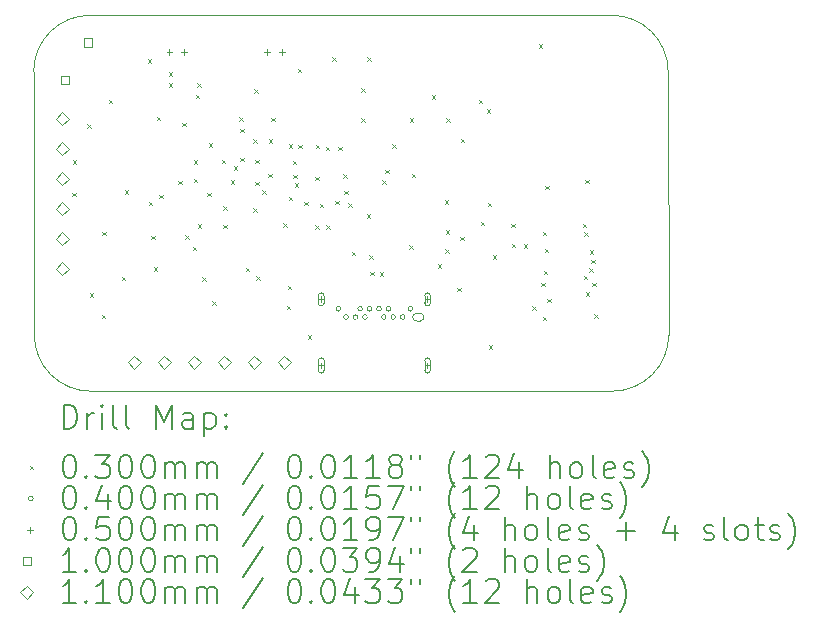
<source format=gbr>
%TF.GenerationSoftware,KiCad,Pcbnew,8.0.8*%
%TF.CreationDate,2025-02-18T00:45:40-08:00*%
%TF.ProjectId,OuterBoard_rev3.1,4f757465-7242-46f6-9172-645f72657633,rev?*%
%TF.SameCoordinates,Original*%
%TF.FileFunction,Drillmap*%
%TF.FilePolarity,Positive*%
%FSLAX45Y45*%
G04 Gerber Fmt 4.5, Leading zero omitted, Abs format (unit mm)*
G04 Created by KiCad (PCBNEW 8.0.8) date 2025-02-18 00:45:40*
%MOMM*%
%LPD*%
G01*
G04 APERTURE LIST*
%ADD10C,0.100000*%
%ADD11C,0.010000*%
%ADD12C,0.200000*%
%ADD13C,0.110000*%
G04 APERTURE END LIST*
D10*
X10708640Y-7942580D02*
X10713720Y-10170160D01*
X15603220Y-7465060D02*
G75*
G02*
X16080740Y-7942580I0J-477520D01*
G01*
X16080740Y-7942580D02*
X16085820Y-10170160D01*
X11186160Y-7465060D02*
X15603220Y-7465060D01*
X16085820Y-10170160D02*
G75*
G02*
X15608300Y-10647680I-477520J0D01*
G01*
X11191240Y-10647680D02*
X15608300Y-10647680D01*
X10708640Y-7942580D02*
G75*
G02*
X11186160Y-7465060I477520J0D01*
G01*
X11191240Y-10647680D02*
G75*
G02*
X10713720Y-10170160I0J477520D01*
G01*
D11*
X13950340Y-9987800D02*
X13980340Y-9987800D01*
X13950340Y-10052800D02*
X13980340Y-10052800D01*
X13950340Y-10052800D02*
G75*
G02*
X13950340Y-9987800I0J32500D01*
G01*
X13980340Y-9987800D02*
G75*
G02*
X13980340Y-10052800I0J-32500D01*
G01*
D12*
D10*
X11036540Y-8966440D02*
X11066540Y-8996440D01*
X11066540Y-8966440D02*
X11036540Y-8996440D01*
X11039080Y-8694660D02*
X11069080Y-8724660D01*
X11069080Y-8694660D02*
X11039080Y-8724660D01*
X11159900Y-8388760D02*
X11189900Y-8418760D01*
X11189900Y-8388760D02*
X11159900Y-8418760D01*
X11183860Y-9819880D02*
X11213860Y-9849880D01*
X11213860Y-9819880D02*
X11183860Y-9849880D01*
X11285460Y-10000220D02*
X11315460Y-10030220D01*
X11315460Y-10000220D02*
X11285460Y-10030220D01*
X11288000Y-9296640D02*
X11318000Y-9326640D01*
X11318000Y-9296640D02*
X11288000Y-9326640D01*
X11343313Y-8179040D02*
X11373313Y-8209040D01*
X11373313Y-8179040D02*
X11343313Y-8209040D01*
X11453100Y-9677640D02*
X11483100Y-9707640D01*
X11483100Y-9677640D02*
X11453100Y-9707640D01*
X11478500Y-8946120D02*
X11508500Y-8976120D01*
X11508500Y-8946120D02*
X11478500Y-8976120D01*
X11674080Y-7838680D02*
X11704080Y-7868680D01*
X11704080Y-7838680D02*
X11674080Y-7868680D01*
X11681700Y-9045180D02*
X11711700Y-9075180D01*
X11711700Y-9045180D02*
X11681700Y-9075180D01*
X11705107Y-9332754D02*
X11735107Y-9362754D01*
X11735107Y-9332754D02*
X11705107Y-9362754D01*
X11724670Y-9598900D02*
X11754670Y-9628900D01*
X11754670Y-9598900D02*
X11724670Y-9628900D01*
X11751830Y-8324810D02*
X11781830Y-8354810D01*
X11781830Y-8324810D02*
X11751830Y-8354810D01*
X11773968Y-8983129D02*
X11803968Y-9013129D01*
X11803968Y-8983129D02*
X11773968Y-9013129D01*
X11853870Y-7946880D02*
X11883870Y-7976880D01*
X11883870Y-7946880D02*
X11853870Y-7976880D01*
X11853870Y-8041880D02*
X11883870Y-8071880D01*
X11883870Y-8041880D02*
X11853870Y-8071880D01*
X11933380Y-8864340D02*
X11963380Y-8894340D01*
X11963380Y-8864340D02*
X11933380Y-8894340D01*
X11967055Y-8373537D02*
X11997055Y-8403538D01*
X11997055Y-8373537D02*
X11967055Y-8403538D01*
X11994120Y-9327120D02*
X12024120Y-9357120D01*
X12024120Y-9327120D02*
X11994120Y-9357120D01*
X12055080Y-9426180D02*
X12085080Y-9456180D01*
X12085080Y-9426180D02*
X12055080Y-9456180D01*
X12065240Y-8694660D02*
X12095240Y-8724660D01*
X12095240Y-8694660D02*
X12065240Y-8724660D01*
X12065240Y-8849660D02*
X12095240Y-8879660D01*
X12095240Y-8849660D02*
X12065240Y-8879660D01*
X12080480Y-8138880D02*
X12110480Y-8168880D01*
X12110480Y-8138880D02*
X12080480Y-8168880D01*
X12095720Y-8041880D02*
X12125720Y-8071880D01*
X12125720Y-8041880D02*
X12095720Y-8071880D01*
X12098260Y-9235460D02*
X12128260Y-9265460D01*
X12128260Y-9235460D02*
X12098260Y-9265460D01*
X12133820Y-9685260D02*
X12163820Y-9715260D01*
X12163820Y-9685260D02*
X12133820Y-9715260D01*
X12179312Y-8967971D02*
X12209312Y-8997971D01*
X12209312Y-8967971D02*
X12179312Y-8997971D01*
X12189700Y-8549880D02*
X12219700Y-8579880D01*
X12219700Y-8549880D02*
X12189700Y-8579880D01*
X12220180Y-9888460D02*
X12250180Y-9918460D01*
X12250180Y-9888460D02*
X12220180Y-9918460D01*
X12300300Y-8688140D02*
X12330300Y-8718140D01*
X12330300Y-8688140D02*
X12300300Y-8718140D01*
X12311620Y-9080460D02*
X12341620Y-9110460D01*
X12341620Y-9080460D02*
X12311620Y-9110460D01*
X12311620Y-9238220D02*
X12341620Y-9268220D01*
X12341620Y-9238220D02*
X12311620Y-9268220D01*
X12376000Y-8864000D02*
X12406000Y-8894000D01*
X12406000Y-8864000D02*
X12376000Y-8894000D01*
X12401045Y-8745620D02*
X12431045Y-8775620D01*
X12431045Y-8745620D02*
X12401045Y-8775620D01*
X12451160Y-8328900D02*
X12481160Y-8358900D01*
X12481160Y-8328900D02*
X12451160Y-8358900D01*
X12456400Y-8425420D02*
X12486400Y-8455420D01*
X12486400Y-8425420D02*
X12456400Y-8455420D01*
X12456560Y-8669830D02*
X12486560Y-8699830D01*
X12486560Y-8669830D02*
X12456560Y-8699830D01*
X12504660Y-9601440D02*
X12534660Y-9631440D01*
X12534660Y-9601440D02*
X12504660Y-9631440D01*
X12568000Y-8515880D02*
X12598000Y-8545880D01*
X12598000Y-8515880D02*
X12568000Y-8545880D01*
X12568000Y-9098520D02*
X12598000Y-9128520D01*
X12598000Y-9098520D02*
X12568000Y-9128520D01*
X12578320Y-8089980D02*
X12608320Y-8119980D01*
X12608320Y-8089980D02*
X12578320Y-8119980D01*
X12583400Y-8687040D02*
X12613400Y-8717040D01*
X12613400Y-8687040D02*
X12583400Y-8717040D01*
X12583400Y-8875000D02*
X12613400Y-8905000D01*
X12613400Y-8875000D02*
X12583400Y-8905000D01*
X12595000Y-9677000D02*
X12625000Y-9707000D01*
X12625000Y-9677000D02*
X12595000Y-9707000D01*
X12643640Y-8945367D02*
X12673640Y-8975367D01*
X12673640Y-8945367D02*
X12643640Y-8975367D01*
X12692620Y-8805600D02*
X12722620Y-8835600D01*
X12722620Y-8805600D02*
X12692620Y-8835600D01*
X12697761Y-8515880D02*
X12727761Y-8545880D01*
X12727761Y-8515880D02*
X12697761Y-8545880D01*
X12719570Y-8334460D02*
X12749570Y-8364460D01*
X12749570Y-8334460D02*
X12719570Y-8364460D01*
X12820731Y-9226085D02*
X12850731Y-9256085D01*
X12850731Y-9226085D02*
X12820731Y-9256085D01*
X12850239Y-9923481D02*
X12880239Y-9953481D01*
X12880239Y-9923481D02*
X12850239Y-9953481D01*
X12858000Y-9754000D02*
X12888000Y-9784000D01*
X12888000Y-9754000D02*
X12858000Y-9784000D01*
X12868974Y-9002088D02*
X12898974Y-9032088D01*
X12898974Y-9002088D02*
X12868974Y-9032088D01*
X12869370Y-8558390D02*
X12899370Y-8588390D01*
X12899370Y-8558390D02*
X12869370Y-8588390D01*
X12901457Y-8695217D02*
X12931457Y-8725217D01*
X12931457Y-8695217D02*
X12901457Y-8725217D01*
X12908520Y-8813850D02*
X12938520Y-8843850D01*
X12938520Y-8813850D02*
X12908520Y-8843850D01*
X12918030Y-8889455D02*
X12948030Y-8919455D01*
X12948030Y-8889455D02*
X12918030Y-8919455D01*
X12944240Y-7917420D02*
X12974240Y-7947420D01*
X12974240Y-7917420D02*
X12944240Y-7947420D01*
X12949160Y-8560040D02*
X12979160Y-8590040D01*
X12979160Y-8560040D02*
X12949160Y-8590040D01*
X12999960Y-9042640D02*
X13029960Y-9072640D01*
X13029960Y-9042640D02*
X12999960Y-9072640D01*
X13027900Y-10172940D02*
X13057900Y-10202940D01*
X13057900Y-10172940D02*
X13027900Y-10202940D01*
X13090408Y-9242421D02*
X13120408Y-9272421D01*
X13120408Y-9242421D02*
X13090408Y-9272421D01*
X13091948Y-8830758D02*
X13121948Y-8860758D01*
X13121948Y-8830758D02*
X13091948Y-8860758D01*
X13095840Y-8560040D02*
X13125840Y-8590040D01*
X13125840Y-8560040D02*
X13095840Y-8590040D01*
X13129500Y-9060420D02*
X13159500Y-9090420D01*
X13159500Y-9060420D02*
X13129500Y-9090420D01*
X13180300Y-8577820D02*
X13210300Y-8607820D01*
X13210300Y-8577820D02*
X13180300Y-8607820D01*
X13183750Y-9244709D02*
X13213750Y-9274709D01*
X13213750Y-9244709D02*
X13183750Y-9274709D01*
X13238500Y-7818500D02*
X13268500Y-7848500D01*
X13268500Y-7818500D02*
X13238500Y-7848500D01*
X13264120Y-9035020D02*
X13294120Y-9065020D01*
X13294120Y-9035020D02*
X13264120Y-9065020D01*
X13288030Y-8578920D02*
X13318030Y-8608920D01*
X13318030Y-8578920D02*
X13288030Y-8608920D01*
X13329470Y-8808960D02*
X13359470Y-8838960D01*
X13359470Y-8808960D02*
X13329470Y-8838960D01*
X13337780Y-8951200D02*
X13367780Y-8981200D01*
X13367780Y-8951200D02*
X13337780Y-8981200D01*
X13370800Y-9057880D02*
X13400800Y-9087880D01*
X13400800Y-9057880D02*
X13370800Y-9087880D01*
X13401280Y-9466820D02*
X13431280Y-9496820D01*
X13431280Y-9466820D02*
X13401280Y-9496820D01*
X13482000Y-8084000D02*
X13512000Y-8114000D01*
X13512000Y-8084000D02*
X13482000Y-8114000D01*
X13482000Y-8336000D02*
X13512000Y-8366000D01*
X13512000Y-8336000D02*
X13482000Y-8366000D01*
X13528290Y-9149320D02*
X13558290Y-9179320D01*
X13558290Y-9149320D02*
X13528290Y-9179320D01*
X13533500Y-7818500D02*
X13563500Y-7848500D01*
X13563500Y-7818500D02*
X13533500Y-7848500D01*
X13551140Y-9494760D02*
X13581140Y-9524760D01*
X13581140Y-9494760D02*
X13551140Y-9524760D01*
X13556220Y-9637000D02*
X13586220Y-9667000D01*
X13586220Y-9637000D02*
X13556220Y-9667000D01*
X13637500Y-9642080D02*
X13667500Y-9672080D01*
X13667500Y-9642080D02*
X13637500Y-9672080D01*
X13660360Y-8862300D02*
X13690360Y-8892300D01*
X13690360Y-8862300D02*
X13660360Y-8892300D01*
X13683220Y-8773400D02*
X13713220Y-8803400D01*
X13713220Y-8773400D02*
X13683220Y-8803400D01*
X13744180Y-8557500D02*
X13774180Y-8587500D01*
X13774180Y-8557500D02*
X13744180Y-8587500D01*
X13886390Y-9413510D02*
X13916390Y-9443510D01*
X13916390Y-9413510D02*
X13886390Y-9443510D01*
X13891500Y-8339060D02*
X13921500Y-8369060D01*
X13921500Y-8339060D02*
X13891500Y-8369060D01*
X13908880Y-8805640D02*
X13938880Y-8835640D01*
X13938880Y-8805640D02*
X13908880Y-8835640D01*
X14079460Y-8143480D02*
X14109460Y-8173480D01*
X14109460Y-8143480D02*
X14079460Y-8173480D01*
X14130260Y-9573500D02*
X14160260Y-9603500D01*
X14160260Y-9573500D02*
X14130260Y-9603500D01*
X14187880Y-9032690D02*
X14217880Y-9062690D01*
X14217880Y-9032690D02*
X14187880Y-9062690D01*
X14193760Y-9443960D02*
X14223760Y-9473960D01*
X14223760Y-9443960D02*
X14193760Y-9473960D01*
X14196149Y-9285722D02*
X14226149Y-9315722D01*
X14226149Y-9285722D02*
X14196149Y-9315722D01*
X14203920Y-8339060D02*
X14233920Y-8369060D01*
X14233920Y-8339060D02*
X14203920Y-8369060D01*
X14292820Y-9771620D02*
X14322820Y-9801620D01*
X14322820Y-9771620D02*
X14292820Y-9801620D01*
X14322000Y-9340000D02*
X14352000Y-9370000D01*
X14352000Y-9340000D02*
X14322000Y-9370000D01*
X14325840Y-8509240D02*
X14355840Y-8539240D01*
X14355840Y-8509240D02*
X14325840Y-8539240D01*
X14475960Y-8181580D02*
X14505960Y-8211580D01*
X14505960Y-8181580D02*
X14475960Y-8211580D01*
X14493480Y-9213460D02*
X14523480Y-9243460D01*
X14523480Y-9213460D02*
X14493480Y-9243460D01*
X14544280Y-8260320D02*
X14574280Y-8290320D01*
X14574280Y-8260320D02*
X14544280Y-8290320D01*
X14551900Y-9052800D02*
X14581900Y-9082800D01*
X14581900Y-9052800D02*
X14551900Y-9082800D01*
X14562060Y-10259300D02*
X14592060Y-10289300D01*
X14592060Y-10259300D02*
X14562060Y-10289300D01*
X14594890Y-9497300D02*
X14624890Y-9527300D01*
X14624890Y-9497300D02*
X14594890Y-9527300D01*
X14750020Y-9230600D02*
X14780020Y-9260600D01*
X14780020Y-9230600D02*
X14750020Y-9260600D01*
X14757640Y-9400780D02*
X14787640Y-9430780D01*
X14787640Y-9400780D02*
X14757640Y-9430780D01*
X14859240Y-9403320D02*
X14889240Y-9433320D01*
X14889240Y-9403320D02*
X14859240Y-9433320D01*
X14930000Y-9929100D02*
X14960000Y-9959100D01*
X14960000Y-9929100D02*
X14930000Y-9959100D01*
X14986240Y-7709140D02*
X15016240Y-7739140D01*
X15016240Y-7709140D02*
X14986240Y-7739140D01*
X15006560Y-9728440D02*
X15036560Y-9758440D01*
X15036560Y-9728440D02*
X15006560Y-9758440D01*
X15017000Y-10018640D02*
X15047000Y-10048640D01*
X15047000Y-10018640D02*
X15017000Y-10048640D01*
X15019260Y-9299180D02*
X15049260Y-9329180D01*
X15049260Y-9299180D02*
X15019260Y-9329180D01*
X15026880Y-9629380D02*
X15056880Y-9659380D01*
X15056880Y-9629380D02*
X15026880Y-9659380D01*
X15037040Y-9441420D02*
X15067040Y-9471420D01*
X15067040Y-9441420D02*
X15037040Y-9471420D01*
X15042120Y-8908020D02*
X15072120Y-8938020D01*
X15072120Y-8908020D02*
X15042120Y-8938020D01*
X15056000Y-9864240D02*
X15086000Y-9894240D01*
X15086000Y-9864240D02*
X15056000Y-9894240D01*
X15357509Y-9230027D02*
X15387509Y-9260027D01*
X15387509Y-9230027D02*
X15357509Y-9260027D01*
X15366000Y-9669000D02*
X15396000Y-9699000D01*
X15396000Y-9669000D02*
X15366000Y-9699000D01*
X15369780Y-9304260D02*
X15399780Y-9334260D01*
X15399780Y-9304260D02*
X15369780Y-9334260D01*
X15379940Y-8857220D02*
X15409940Y-8887220D01*
X15409940Y-8857220D02*
X15379940Y-8887220D01*
X15382000Y-9809000D02*
X15412000Y-9839000D01*
X15412000Y-9809000D02*
X15382000Y-9839000D01*
X15411325Y-9608944D02*
X15441325Y-9638944D01*
X15441325Y-9608944D02*
X15411325Y-9638944D01*
X15415000Y-9455000D02*
X15445000Y-9485000D01*
X15445000Y-9455000D02*
X15415000Y-9485000D01*
X15429000Y-9534000D02*
X15459000Y-9564000D01*
X15459000Y-9534000D02*
X15429000Y-9564000D01*
X15436460Y-9730500D02*
X15466460Y-9760500D01*
X15466460Y-9730500D02*
X15436460Y-9760500D01*
X15453600Y-9995140D02*
X15483600Y-10025140D01*
X15483600Y-9995140D02*
X15453600Y-10025140D01*
X13307840Y-9950300D02*
G75*
G02*
X13267840Y-9950300I-20000J0D01*
G01*
X13267840Y-9950300D02*
G75*
G02*
X13307840Y-9950300I20000J0D01*
G01*
X13372840Y-10020300D02*
G75*
G02*
X13332840Y-10020300I-20000J0D01*
G01*
X13332840Y-10020300D02*
G75*
G02*
X13372840Y-10020300I20000J0D01*
G01*
X13452840Y-10020300D02*
G75*
G02*
X13412840Y-10020300I-20000J0D01*
G01*
X13412840Y-10020300D02*
G75*
G02*
X13452840Y-10020300I20000J0D01*
G01*
X13492840Y-9950300D02*
G75*
G02*
X13452840Y-9950300I-20000J0D01*
G01*
X13452840Y-9950300D02*
G75*
G02*
X13492840Y-9950300I20000J0D01*
G01*
X13532840Y-10020300D02*
G75*
G02*
X13492840Y-10020300I-20000J0D01*
G01*
X13492840Y-10020300D02*
G75*
G02*
X13532840Y-10020300I20000J0D01*
G01*
X13572840Y-9950300D02*
G75*
G02*
X13532840Y-9950300I-20000J0D01*
G01*
X13532840Y-9950300D02*
G75*
G02*
X13572840Y-9950300I20000J0D01*
G01*
X13652840Y-9950300D02*
G75*
G02*
X13612840Y-9950300I-20000J0D01*
G01*
X13612840Y-9950300D02*
G75*
G02*
X13652840Y-9950300I20000J0D01*
G01*
X13692840Y-10020300D02*
G75*
G02*
X13652840Y-10020300I-20000J0D01*
G01*
X13652840Y-10020300D02*
G75*
G02*
X13692840Y-10020300I20000J0D01*
G01*
X13732840Y-9950300D02*
G75*
G02*
X13692840Y-9950300I-20000J0D01*
G01*
X13692840Y-9950300D02*
G75*
G02*
X13732840Y-9950300I20000J0D01*
G01*
X13772840Y-10020300D02*
G75*
G02*
X13732840Y-10020300I-20000J0D01*
G01*
X13732840Y-10020300D02*
G75*
G02*
X13772840Y-10020300I20000J0D01*
G01*
X13852840Y-10020300D02*
G75*
G02*
X13812840Y-10020300I-20000J0D01*
G01*
X13812840Y-10020300D02*
G75*
G02*
X13852840Y-10020300I20000J0D01*
G01*
X13917840Y-9950300D02*
G75*
G02*
X13877840Y-9950300I-20000J0D01*
G01*
X13877840Y-9950300D02*
G75*
G02*
X13917840Y-9950300I20000J0D01*
G01*
X11858720Y-7755020D02*
X11858720Y-7805020D01*
X11833720Y-7780020D02*
X11883720Y-7780020D01*
X11983720Y-7755020D02*
X11983720Y-7805020D01*
X11958720Y-7780020D02*
X12008720Y-7780020D01*
X12686760Y-7749940D02*
X12686760Y-7799940D01*
X12661760Y-7774940D02*
X12711760Y-7774940D01*
X12811760Y-7749940D02*
X12811760Y-7799940D01*
X12786760Y-7774940D02*
X12836760Y-7774940D01*
X13142840Y-9845300D02*
X13142840Y-9895300D01*
X13117840Y-9870300D02*
X13167840Y-9870300D01*
X13117840Y-9840300D02*
X13117840Y-9900300D01*
X13167840Y-9900300D02*
G75*
G02*
X13117840Y-9900300I-25000J0D01*
G01*
X13167840Y-9900300D02*
X13167840Y-9840300D01*
X13167840Y-9840300D02*
G75*
G03*
X13117840Y-9840300I-25000J0D01*
G01*
X13142840Y-10405300D02*
X13142840Y-10455300D01*
X13117840Y-10430300D02*
X13167840Y-10430300D01*
X13117840Y-10390300D02*
X13117840Y-10470300D01*
X13167840Y-10470300D02*
G75*
G02*
X13117840Y-10470300I-25000J0D01*
G01*
X13167840Y-10470300D02*
X13167840Y-10390300D01*
X13167840Y-10390300D02*
G75*
G03*
X13117840Y-10390300I-25000J0D01*
G01*
X14042840Y-9845300D02*
X14042840Y-9895300D01*
X14017840Y-9870300D02*
X14067840Y-9870300D01*
X14017840Y-9840300D02*
X14017840Y-9900300D01*
X14067840Y-9900300D02*
G75*
G02*
X14017840Y-9900300I-25000J0D01*
G01*
X14067840Y-9900300D02*
X14067840Y-9840300D01*
X14067840Y-9840300D02*
G75*
G03*
X14017840Y-9840300I-25000J0D01*
G01*
X14042840Y-10405300D02*
X14042840Y-10455300D01*
X14017840Y-10430300D02*
X14067840Y-10430300D01*
X14017840Y-10390300D02*
X14017840Y-10470300D01*
X14067840Y-10470300D02*
G75*
G02*
X14017840Y-10470300I-25000J0D01*
G01*
X14067840Y-10470300D02*
X14067840Y-10390300D01*
X14067840Y-10390300D02*
G75*
G03*
X14017840Y-10390300I-25000J0D01*
G01*
X11008156Y-8049056D02*
X11008156Y-7978344D01*
X10937444Y-7978344D01*
X10937444Y-8049056D01*
X11008156Y-8049056D01*
X11203736Y-7731556D02*
X11203736Y-7660844D01*
X11133024Y-7660844D01*
X11133024Y-7731556D01*
X11203736Y-7731556D01*
D13*
X10952480Y-8396360D02*
X11007480Y-8341360D01*
X10952480Y-8286360D01*
X10897480Y-8341360D01*
X10952480Y-8396360D01*
X10952480Y-8650360D02*
X11007480Y-8595360D01*
X10952480Y-8540360D01*
X10897480Y-8595360D01*
X10952480Y-8650360D01*
X10952480Y-8904360D02*
X11007480Y-8849360D01*
X10952480Y-8794360D01*
X10897480Y-8849360D01*
X10952480Y-8904360D01*
X10952480Y-9158360D02*
X11007480Y-9103360D01*
X10952480Y-9048360D01*
X10897480Y-9103360D01*
X10952480Y-9158360D01*
X10952480Y-9412360D02*
X11007480Y-9357360D01*
X10952480Y-9302360D01*
X10897480Y-9357360D01*
X10952480Y-9412360D01*
X10952480Y-9666360D02*
X11007480Y-9611360D01*
X10952480Y-9556360D01*
X10897480Y-9611360D01*
X10952480Y-9666360D01*
X11562080Y-10456300D02*
X11617080Y-10401300D01*
X11562080Y-10346300D01*
X11507080Y-10401300D01*
X11562080Y-10456300D01*
X11816080Y-10456300D02*
X11871080Y-10401300D01*
X11816080Y-10346300D01*
X11761080Y-10401300D01*
X11816080Y-10456300D01*
X12070080Y-10456300D02*
X12125080Y-10401300D01*
X12070080Y-10346300D01*
X12015080Y-10401300D01*
X12070080Y-10456300D01*
X12324080Y-10456300D02*
X12379080Y-10401300D01*
X12324080Y-10346300D01*
X12269080Y-10401300D01*
X12324080Y-10456300D01*
X12578080Y-10456300D02*
X12633080Y-10401300D01*
X12578080Y-10346300D01*
X12523080Y-10401300D01*
X12578080Y-10456300D01*
X12832080Y-10456300D02*
X12887080Y-10401300D01*
X12832080Y-10346300D01*
X12777080Y-10401300D01*
X12832080Y-10456300D01*
D12*
X10964417Y-10964164D02*
X10964417Y-10764164D01*
X10964417Y-10764164D02*
X11012036Y-10764164D01*
X11012036Y-10764164D02*
X11040607Y-10773688D01*
X11040607Y-10773688D02*
X11059655Y-10792735D01*
X11059655Y-10792735D02*
X11069179Y-10811783D01*
X11069179Y-10811783D02*
X11078703Y-10849878D01*
X11078703Y-10849878D02*
X11078703Y-10878450D01*
X11078703Y-10878450D02*
X11069179Y-10916545D01*
X11069179Y-10916545D02*
X11059655Y-10935592D01*
X11059655Y-10935592D02*
X11040607Y-10954640D01*
X11040607Y-10954640D02*
X11012036Y-10964164D01*
X11012036Y-10964164D02*
X10964417Y-10964164D01*
X11164417Y-10964164D02*
X11164417Y-10830830D01*
X11164417Y-10868926D02*
X11173941Y-10849878D01*
X11173941Y-10849878D02*
X11183464Y-10840354D01*
X11183464Y-10840354D02*
X11202512Y-10830830D01*
X11202512Y-10830830D02*
X11221560Y-10830830D01*
X11288226Y-10964164D02*
X11288226Y-10830830D01*
X11288226Y-10764164D02*
X11278702Y-10773688D01*
X11278702Y-10773688D02*
X11288226Y-10783211D01*
X11288226Y-10783211D02*
X11297750Y-10773688D01*
X11297750Y-10773688D02*
X11288226Y-10764164D01*
X11288226Y-10764164D02*
X11288226Y-10783211D01*
X11412036Y-10964164D02*
X11392988Y-10954640D01*
X11392988Y-10954640D02*
X11383464Y-10935592D01*
X11383464Y-10935592D02*
X11383464Y-10764164D01*
X11516798Y-10964164D02*
X11497750Y-10954640D01*
X11497750Y-10954640D02*
X11488226Y-10935592D01*
X11488226Y-10935592D02*
X11488226Y-10764164D01*
X11745369Y-10964164D02*
X11745369Y-10764164D01*
X11745369Y-10764164D02*
X11812036Y-10907021D01*
X11812036Y-10907021D02*
X11878702Y-10764164D01*
X11878702Y-10764164D02*
X11878702Y-10964164D01*
X12059655Y-10964164D02*
X12059655Y-10859402D01*
X12059655Y-10859402D02*
X12050131Y-10840354D01*
X12050131Y-10840354D02*
X12031083Y-10830830D01*
X12031083Y-10830830D02*
X11992988Y-10830830D01*
X11992988Y-10830830D02*
X11973941Y-10840354D01*
X12059655Y-10954640D02*
X12040607Y-10964164D01*
X12040607Y-10964164D02*
X11992988Y-10964164D01*
X11992988Y-10964164D02*
X11973941Y-10954640D01*
X11973941Y-10954640D02*
X11964417Y-10935592D01*
X11964417Y-10935592D02*
X11964417Y-10916545D01*
X11964417Y-10916545D02*
X11973941Y-10897497D01*
X11973941Y-10897497D02*
X11992988Y-10887973D01*
X11992988Y-10887973D02*
X12040607Y-10887973D01*
X12040607Y-10887973D02*
X12059655Y-10878450D01*
X12154893Y-10830830D02*
X12154893Y-11030830D01*
X12154893Y-10840354D02*
X12173941Y-10830830D01*
X12173941Y-10830830D02*
X12212036Y-10830830D01*
X12212036Y-10830830D02*
X12231083Y-10840354D01*
X12231083Y-10840354D02*
X12240607Y-10849878D01*
X12240607Y-10849878D02*
X12250131Y-10868926D01*
X12250131Y-10868926D02*
X12250131Y-10926069D01*
X12250131Y-10926069D02*
X12240607Y-10945116D01*
X12240607Y-10945116D02*
X12231083Y-10954640D01*
X12231083Y-10954640D02*
X12212036Y-10964164D01*
X12212036Y-10964164D02*
X12173941Y-10964164D01*
X12173941Y-10964164D02*
X12154893Y-10954640D01*
X12335845Y-10945116D02*
X12345369Y-10954640D01*
X12345369Y-10954640D02*
X12335845Y-10964164D01*
X12335845Y-10964164D02*
X12326322Y-10954640D01*
X12326322Y-10954640D02*
X12335845Y-10945116D01*
X12335845Y-10945116D02*
X12335845Y-10964164D01*
X12335845Y-10840354D02*
X12345369Y-10849878D01*
X12345369Y-10849878D02*
X12335845Y-10859402D01*
X12335845Y-10859402D02*
X12326322Y-10849878D01*
X12326322Y-10849878D02*
X12335845Y-10840354D01*
X12335845Y-10840354D02*
X12335845Y-10859402D01*
D10*
X10673640Y-11277680D02*
X10703640Y-11307680D01*
X10703640Y-11277680D02*
X10673640Y-11307680D01*
D12*
X11002512Y-11184164D02*
X11021560Y-11184164D01*
X11021560Y-11184164D02*
X11040607Y-11193688D01*
X11040607Y-11193688D02*
X11050131Y-11203211D01*
X11050131Y-11203211D02*
X11059655Y-11222259D01*
X11059655Y-11222259D02*
X11069179Y-11260354D01*
X11069179Y-11260354D02*
X11069179Y-11307973D01*
X11069179Y-11307973D02*
X11059655Y-11346068D01*
X11059655Y-11346068D02*
X11050131Y-11365116D01*
X11050131Y-11365116D02*
X11040607Y-11374640D01*
X11040607Y-11374640D02*
X11021560Y-11384164D01*
X11021560Y-11384164D02*
X11002512Y-11384164D01*
X11002512Y-11384164D02*
X10983464Y-11374640D01*
X10983464Y-11374640D02*
X10973941Y-11365116D01*
X10973941Y-11365116D02*
X10964417Y-11346068D01*
X10964417Y-11346068D02*
X10954893Y-11307973D01*
X10954893Y-11307973D02*
X10954893Y-11260354D01*
X10954893Y-11260354D02*
X10964417Y-11222259D01*
X10964417Y-11222259D02*
X10973941Y-11203211D01*
X10973941Y-11203211D02*
X10983464Y-11193688D01*
X10983464Y-11193688D02*
X11002512Y-11184164D01*
X11154893Y-11365116D02*
X11164417Y-11374640D01*
X11164417Y-11374640D02*
X11154893Y-11384164D01*
X11154893Y-11384164D02*
X11145369Y-11374640D01*
X11145369Y-11374640D02*
X11154893Y-11365116D01*
X11154893Y-11365116D02*
X11154893Y-11384164D01*
X11231083Y-11184164D02*
X11354893Y-11184164D01*
X11354893Y-11184164D02*
X11288226Y-11260354D01*
X11288226Y-11260354D02*
X11316798Y-11260354D01*
X11316798Y-11260354D02*
X11335845Y-11269878D01*
X11335845Y-11269878D02*
X11345369Y-11279402D01*
X11345369Y-11279402D02*
X11354893Y-11298449D01*
X11354893Y-11298449D02*
X11354893Y-11346068D01*
X11354893Y-11346068D02*
X11345369Y-11365116D01*
X11345369Y-11365116D02*
X11335845Y-11374640D01*
X11335845Y-11374640D02*
X11316798Y-11384164D01*
X11316798Y-11384164D02*
X11259655Y-11384164D01*
X11259655Y-11384164D02*
X11240607Y-11374640D01*
X11240607Y-11374640D02*
X11231083Y-11365116D01*
X11478702Y-11184164D02*
X11497750Y-11184164D01*
X11497750Y-11184164D02*
X11516798Y-11193688D01*
X11516798Y-11193688D02*
X11526322Y-11203211D01*
X11526322Y-11203211D02*
X11535845Y-11222259D01*
X11535845Y-11222259D02*
X11545369Y-11260354D01*
X11545369Y-11260354D02*
X11545369Y-11307973D01*
X11545369Y-11307973D02*
X11535845Y-11346068D01*
X11535845Y-11346068D02*
X11526322Y-11365116D01*
X11526322Y-11365116D02*
X11516798Y-11374640D01*
X11516798Y-11374640D02*
X11497750Y-11384164D01*
X11497750Y-11384164D02*
X11478702Y-11384164D01*
X11478702Y-11384164D02*
X11459655Y-11374640D01*
X11459655Y-11374640D02*
X11450131Y-11365116D01*
X11450131Y-11365116D02*
X11440607Y-11346068D01*
X11440607Y-11346068D02*
X11431083Y-11307973D01*
X11431083Y-11307973D02*
X11431083Y-11260354D01*
X11431083Y-11260354D02*
X11440607Y-11222259D01*
X11440607Y-11222259D02*
X11450131Y-11203211D01*
X11450131Y-11203211D02*
X11459655Y-11193688D01*
X11459655Y-11193688D02*
X11478702Y-11184164D01*
X11669179Y-11184164D02*
X11688226Y-11184164D01*
X11688226Y-11184164D02*
X11707274Y-11193688D01*
X11707274Y-11193688D02*
X11716798Y-11203211D01*
X11716798Y-11203211D02*
X11726322Y-11222259D01*
X11726322Y-11222259D02*
X11735845Y-11260354D01*
X11735845Y-11260354D02*
X11735845Y-11307973D01*
X11735845Y-11307973D02*
X11726322Y-11346068D01*
X11726322Y-11346068D02*
X11716798Y-11365116D01*
X11716798Y-11365116D02*
X11707274Y-11374640D01*
X11707274Y-11374640D02*
X11688226Y-11384164D01*
X11688226Y-11384164D02*
X11669179Y-11384164D01*
X11669179Y-11384164D02*
X11650131Y-11374640D01*
X11650131Y-11374640D02*
X11640607Y-11365116D01*
X11640607Y-11365116D02*
X11631083Y-11346068D01*
X11631083Y-11346068D02*
X11621560Y-11307973D01*
X11621560Y-11307973D02*
X11621560Y-11260354D01*
X11621560Y-11260354D02*
X11631083Y-11222259D01*
X11631083Y-11222259D02*
X11640607Y-11203211D01*
X11640607Y-11203211D02*
X11650131Y-11193688D01*
X11650131Y-11193688D02*
X11669179Y-11184164D01*
X11821560Y-11384164D02*
X11821560Y-11250830D01*
X11821560Y-11269878D02*
X11831083Y-11260354D01*
X11831083Y-11260354D02*
X11850131Y-11250830D01*
X11850131Y-11250830D02*
X11878703Y-11250830D01*
X11878703Y-11250830D02*
X11897750Y-11260354D01*
X11897750Y-11260354D02*
X11907274Y-11279402D01*
X11907274Y-11279402D02*
X11907274Y-11384164D01*
X11907274Y-11279402D02*
X11916798Y-11260354D01*
X11916798Y-11260354D02*
X11935845Y-11250830D01*
X11935845Y-11250830D02*
X11964417Y-11250830D01*
X11964417Y-11250830D02*
X11983464Y-11260354D01*
X11983464Y-11260354D02*
X11992988Y-11279402D01*
X11992988Y-11279402D02*
X11992988Y-11384164D01*
X12088226Y-11384164D02*
X12088226Y-11250830D01*
X12088226Y-11269878D02*
X12097750Y-11260354D01*
X12097750Y-11260354D02*
X12116798Y-11250830D01*
X12116798Y-11250830D02*
X12145369Y-11250830D01*
X12145369Y-11250830D02*
X12164417Y-11260354D01*
X12164417Y-11260354D02*
X12173941Y-11279402D01*
X12173941Y-11279402D02*
X12173941Y-11384164D01*
X12173941Y-11279402D02*
X12183464Y-11260354D01*
X12183464Y-11260354D02*
X12202512Y-11250830D01*
X12202512Y-11250830D02*
X12231083Y-11250830D01*
X12231083Y-11250830D02*
X12250131Y-11260354D01*
X12250131Y-11260354D02*
X12259655Y-11279402D01*
X12259655Y-11279402D02*
X12259655Y-11384164D01*
X12650131Y-11174640D02*
X12478703Y-11431783D01*
X12907274Y-11184164D02*
X12926322Y-11184164D01*
X12926322Y-11184164D02*
X12945369Y-11193688D01*
X12945369Y-11193688D02*
X12954893Y-11203211D01*
X12954893Y-11203211D02*
X12964417Y-11222259D01*
X12964417Y-11222259D02*
X12973941Y-11260354D01*
X12973941Y-11260354D02*
X12973941Y-11307973D01*
X12973941Y-11307973D02*
X12964417Y-11346068D01*
X12964417Y-11346068D02*
X12954893Y-11365116D01*
X12954893Y-11365116D02*
X12945369Y-11374640D01*
X12945369Y-11374640D02*
X12926322Y-11384164D01*
X12926322Y-11384164D02*
X12907274Y-11384164D01*
X12907274Y-11384164D02*
X12888226Y-11374640D01*
X12888226Y-11374640D02*
X12878703Y-11365116D01*
X12878703Y-11365116D02*
X12869179Y-11346068D01*
X12869179Y-11346068D02*
X12859655Y-11307973D01*
X12859655Y-11307973D02*
X12859655Y-11260354D01*
X12859655Y-11260354D02*
X12869179Y-11222259D01*
X12869179Y-11222259D02*
X12878703Y-11203211D01*
X12878703Y-11203211D02*
X12888226Y-11193688D01*
X12888226Y-11193688D02*
X12907274Y-11184164D01*
X13059655Y-11365116D02*
X13069179Y-11374640D01*
X13069179Y-11374640D02*
X13059655Y-11384164D01*
X13059655Y-11384164D02*
X13050131Y-11374640D01*
X13050131Y-11374640D02*
X13059655Y-11365116D01*
X13059655Y-11365116D02*
X13059655Y-11384164D01*
X13192988Y-11184164D02*
X13212036Y-11184164D01*
X13212036Y-11184164D02*
X13231084Y-11193688D01*
X13231084Y-11193688D02*
X13240607Y-11203211D01*
X13240607Y-11203211D02*
X13250131Y-11222259D01*
X13250131Y-11222259D02*
X13259655Y-11260354D01*
X13259655Y-11260354D02*
X13259655Y-11307973D01*
X13259655Y-11307973D02*
X13250131Y-11346068D01*
X13250131Y-11346068D02*
X13240607Y-11365116D01*
X13240607Y-11365116D02*
X13231084Y-11374640D01*
X13231084Y-11374640D02*
X13212036Y-11384164D01*
X13212036Y-11384164D02*
X13192988Y-11384164D01*
X13192988Y-11384164D02*
X13173941Y-11374640D01*
X13173941Y-11374640D02*
X13164417Y-11365116D01*
X13164417Y-11365116D02*
X13154893Y-11346068D01*
X13154893Y-11346068D02*
X13145369Y-11307973D01*
X13145369Y-11307973D02*
X13145369Y-11260354D01*
X13145369Y-11260354D02*
X13154893Y-11222259D01*
X13154893Y-11222259D02*
X13164417Y-11203211D01*
X13164417Y-11203211D02*
X13173941Y-11193688D01*
X13173941Y-11193688D02*
X13192988Y-11184164D01*
X13450131Y-11384164D02*
X13335846Y-11384164D01*
X13392988Y-11384164D02*
X13392988Y-11184164D01*
X13392988Y-11184164D02*
X13373941Y-11212735D01*
X13373941Y-11212735D02*
X13354893Y-11231783D01*
X13354893Y-11231783D02*
X13335846Y-11241307D01*
X13640607Y-11384164D02*
X13526322Y-11384164D01*
X13583465Y-11384164D02*
X13583465Y-11184164D01*
X13583465Y-11184164D02*
X13564417Y-11212735D01*
X13564417Y-11212735D02*
X13545369Y-11231783D01*
X13545369Y-11231783D02*
X13526322Y-11241307D01*
X13754893Y-11269878D02*
X13735846Y-11260354D01*
X13735846Y-11260354D02*
X13726322Y-11250830D01*
X13726322Y-11250830D02*
X13716798Y-11231783D01*
X13716798Y-11231783D02*
X13716798Y-11222259D01*
X13716798Y-11222259D02*
X13726322Y-11203211D01*
X13726322Y-11203211D02*
X13735846Y-11193688D01*
X13735846Y-11193688D02*
X13754893Y-11184164D01*
X13754893Y-11184164D02*
X13792988Y-11184164D01*
X13792988Y-11184164D02*
X13812036Y-11193688D01*
X13812036Y-11193688D02*
X13821560Y-11203211D01*
X13821560Y-11203211D02*
X13831084Y-11222259D01*
X13831084Y-11222259D02*
X13831084Y-11231783D01*
X13831084Y-11231783D02*
X13821560Y-11250830D01*
X13821560Y-11250830D02*
X13812036Y-11260354D01*
X13812036Y-11260354D02*
X13792988Y-11269878D01*
X13792988Y-11269878D02*
X13754893Y-11269878D01*
X13754893Y-11269878D02*
X13735846Y-11279402D01*
X13735846Y-11279402D02*
X13726322Y-11288926D01*
X13726322Y-11288926D02*
X13716798Y-11307973D01*
X13716798Y-11307973D02*
X13716798Y-11346068D01*
X13716798Y-11346068D02*
X13726322Y-11365116D01*
X13726322Y-11365116D02*
X13735846Y-11374640D01*
X13735846Y-11374640D02*
X13754893Y-11384164D01*
X13754893Y-11384164D02*
X13792988Y-11384164D01*
X13792988Y-11384164D02*
X13812036Y-11374640D01*
X13812036Y-11374640D02*
X13821560Y-11365116D01*
X13821560Y-11365116D02*
X13831084Y-11346068D01*
X13831084Y-11346068D02*
X13831084Y-11307973D01*
X13831084Y-11307973D02*
X13821560Y-11288926D01*
X13821560Y-11288926D02*
X13812036Y-11279402D01*
X13812036Y-11279402D02*
X13792988Y-11269878D01*
X13907274Y-11184164D02*
X13907274Y-11222259D01*
X13983465Y-11184164D02*
X13983465Y-11222259D01*
X14278703Y-11460354D02*
X14269179Y-11450830D01*
X14269179Y-11450830D02*
X14250131Y-11422259D01*
X14250131Y-11422259D02*
X14240608Y-11403211D01*
X14240608Y-11403211D02*
X14231084Y-11374640D01*
X14231084Y-11374640D02*
X14221560Y-11327021D01*
X14221560Y-11327021D02*
X14221560Y-11288926D01*
X14221560Y-11288926D02*
X14231084Y-11241307D01*
X14231084Y-11241307D02*
X14240608Y-11212735D01*
X14240608Y-11212735D02*
X14250131Y-11193688D01*
X14250131Y-11193688D02*
X14269179Y-11165116D01*
X14269179Y-11165116D02*
X14278703Y-11155592D01*
X14459655Y-11384164D02*
X14345369Y-11384164D01*
X14402512Y-11384164D02*
X14402512Y-11184164D01*
X14402512Y-11184164D02*
X14383465Y-11212735D01*
X14383465Y-11212735D02*
X14364417Y-11231783D01*
X14364417Y-11231783D02*
X14345369Y-11241307D01*
X14535846Y-11203211D02*
X14545369Y-11193688D01*
X14545369Y-11193688D02*
X14564417Y-11184164D01*
X14564417Y-11184164D02*
X14612036Y-11184164D01*
X14612036Y-11184164D02*
X14631084Y-11193688D01*
X14631084Y-11193688D02*
X14640608Y-11203211D01*
X14640608Y-11203211D02*
X14650131Y-11222259D01*
X14650131Y-11222259D02*
X14650131Y-11241307D01*
X14650131Y-11241307D02*
X14640608Y-11269878D01*
X14640608Y-11269878D02*
X14526322Y-11384164D01*
X14526322Y-11384164D02*
X14650131Y-11384164D01*
X14821560Y-11250830D02*
X14821560Y-11384164D01*
X14773941Y-11174640D02*
X14726322Y-11317497D01*
X14726322Y-11317497D02*
X14850131Y-11317497D01*
X15078703Y-11384164D02*
X15078703Y-11184164D01*
X15164417Y-11384164D02*
X15164417Y-11279402D01*
X15164417Y-11279402D02*
X15154893Y-11260354D01*
X15154893Y-11260354D02*
X15135846Y-11250830D01*
X15135846Y-11250830D02*
X15107274Y-11250830D01*
X15107274Y-11250830D02*
X15088227Y-11260354D01*
X15088227Y-11260354D02*
X15078703Y-11269878D01*
X15288227Y-11384164D02*
X15269179Y-11374640D01*
X15269179Y-11374640D02*
X15259655Y-11365116D01*
X15259655Y-11365116D02*
X15250131Y-11346068D01*
X15250131Y-11346068D02*
X15250131Y-11288926D01*
X15250131Y-11288926D02*
X15259655Y-11269878D01*
X15259655Y-11269878D02*
X15269179Y-11260354D01*
X15269179Y-11260354D02*
X15288227Y-11250830D01*
X15288227Y-11250830D02*
X15316798Y-11250830D01*
X15316798Y-11250830D02*
X15335846Y-11260354D01*
X15335846Y-11260354D02*
X15345370Y-11269878D01*
X15345370Y-11269878D02*
X15354893Y-11288926D01*
X15354893Y-11288926D02*
X15354893Y-11346068D01*
X15354893Y-11346068D02*
X15345370Y-11365116D01*
X15345370Y-11365116D02*
X15335846Y-11374640D01*
X15335846Y-11374640D02*
X15316798Y-11384164D01*
X15316798Y-11384164D02*
X15288227Y-11384164D01*
X15469179Y-11384164D02*
X15450131Y-11374640D01*
X15450131Y-11374640D02*
X15440608Y-11355592D01*
X15440608Y-11355592D02*
X15440608Y-11184164D01*
X15621560Y-11374640D02*
X15602512Y-11384164D01*
X15602512Y-11384164D02*
X15564417Y-11384164D01*
X15564417Y-11384164D02*
X15545370Y-11374640D01*
X15545370Y-11374640D02*
X15535846Y-11355592D01*
X15535846Y-11355592D02*
X15535846Y-11279402D01*
X15535846Y-11279402D02*
X15545370Y-11260354D01*
X15545370Y-11260354D02*
X15564417Y-11250830D01*
X15564417Y-11250830D02*
X15602512Y-11250830D01*
X15602512Y-11250830D02*
X15621560Y-11260354D01*
X15621560Y-11260354D02*
X15631084Y-11279402D01*
X15631084Y-11279402D02*
X15631084Y-11298449D01*
X15631084Y-11298449D02*
X15535846Y-11317497D01*
X15707274Y-11374640D02*
X15726322Y-11384164D01*
X15726322Y-11384164D02*
X15764417Y-11384164D01*
X15764417Y-11384164D02*
X15783465Y-11374640D01*
X15783465Y-11374640D02*
X15792989Y-11355592D01*
X15792989Y-11355592D02*
X15792989Y-11346068D01*
X15792989Y-11346068D02*
X15783465Y-11327021D01*
X15783465Y-11327021D02*
X15764417Y-11317497D01*
X15764417Y-11317497D02*
X15735846Y-11317497D01*
X15735846Y-11317497D02*
X15716798Y-11307973D01*
X15716798Y-11307973D02*
X15707274Y-11288926D01*
X15707274Y-11288926D02*
X15707274Y-11279402D01*
X15707274Y-11279402D02*
X15716798Y-11260354D01*
X15716798Y-11260354D02*
X15735846Y-11250830D01*
X15735846Y-11250830D02*
X15764417Y-11250830D01*
X15764417Y-11250830D02*
X15783465Y-11260354D01*
X15859655Y-11460354D02*
X15869179Y-11450830D01*
X15869179Y-11450830D02*
X15888227Y-11422259D01*
X15888227Y-11422259D02*
X15897751Y-11403211D01*
X15897751Y-11403211D02*
X15907274Y-11374640D01*
X15907274Y-11374640D02*
X15916798Y-11327021D01*
X15916798Y-11327021D02*
X15916798Y-11288926D01*
X15916798Y-11288926D02*
X15907274Y-11241307D01*
X15907274Y-11241307D02*
X15897751Y-11212735D01*
X15897751Y-11212735D02*
X15888227Y-11193688D01*
X15888227Y-11193688D02*
X15869179Y-11165116D01*
X15869179Y-11165116D02*
X15859655Y-11155592D01*
D10*
X10703640Y-11556680D02*
G75*
G02*
X10663640Y-11556680I-20000J0D01*
G01*
X10663640Y-11556680D02*
G75*
G02*
X10703640Y-11556680I20000J0D01*
G01*
D12*
X11002512Y-11448164D02*
X11021560Y-11448164D01*
X11021560Y-11448164D02*
X11040607Y-11457688D01*
X11040607Y-11457688D02*
X11050131Y-11467211D01*
X11050131Y-11467211D02*
X11059655Y-11486259D01*
X11059655Y-11486259D02*
X11069179Y-11524354D01*
X11069179Y-11524354D02*
X11069179Y-11571973D01*
X11069179Y-11571973D02*
X11059655Y-11610068D01*
X11059655Y-11610068D02*
X11050131Y-11629116D01*
X11050131Y-11629116D02*
X11040607Y-11638640D01*
X11040607Y-11638640D02*
X11021560Y-11648164D01*
X11021560Y-11648164D02*
X11002512Y-11648164D01*
X11002512Y-11648164D02*
X10983464Y-11638640D01*
X10983464Y-11638640D02*
X10973941Y-11629116D01*
X10973941Y-11629116D02*
X10964417Y-11610068D01*
X10964417Y-11610068D02*
X10954893Y-11571973D01*
X10954893Y-11571973D02*
X10954893Y-11524354D01*
X10954893Y-11524354D02*
X10964417Y-11486259D01*
X10964417Y-11486259D02*
X10973941Y-11467211D01*
X10973941Y-11467211D02*
X10983464Y-11457688D01*
X10983464Y-11457688D02*
X11002512Y-11448164D01*
X11154893Y-11629116D02*
X11164417Y-11638640D01*
X11164417Y-11638640D02*
X11154893Y-11648164D01*
X11154893Y-11648164D02*
X11145369Y-11638640D01*
X11145369Y-11638640D02*
X11154893Y-11629116D01*
X11154893Y-11629116D02*
X11154893Y-11648164D01*
X11335845Y-11514830D02*
X11335845Y-11648164D01*
X11288226Y-11438640D02*
X11240607Y-11581497D01*
X11240607Y-11581497D02*
X11364417Y-11581497D01*
X11478702Y-11448164D02*
X11497750Y-11448164D01*
X11497750Y-11448164D02*
X11516798Y-11457688D01*
X11516798Y-11457688D02*
X11526322Y-11467211D01*
X11526322Y-11467211D02*
X11535845Y-11486259D01*
X11535845Y-11486259D02*
X11545369Y-11524354D01*
X11545369Y-11524354D02*
X11545369Y-11571973D01*
X11545369Y-11571973D02*
X11535845Y-11610068D01*
X11535845Y-11610068D02*
X11526322Y-11629116D01*
X11526322Y-11629116D02*
X11516798Y-11638640D01*
X11516798Y-11638640D02*
X11497750Y-11648164D01*
X11497750Y-11648164D02*
X11478702Y-11648164D01*
X11478702Y-11648164D02*
X11459655Y-11638640D01*
X11459655Y-11638640D02*
X11450131Y-11629116D01*
X11450131Y-11629116D02*
X11440607Y-11610068D01*
X11440607Y-11610068D02*
X11431083Y-11571973D01*
X11431083Y-11571973D02*
X11431083Y-11524354D01*
X11431083Y-11524354D02*
X11440607Y-11486259D01*
X11440607Y-11486259D02*
X11450131Y-11467211D01*
X11450131Y-11467211D02*
X11459655Y-11457688D01*
X11459655Y-11457688D02*
X11478702Y-11448164D01*
X11669179Y-11448164D02*
X11688226Y-11448164D01*
X11688226Y-11448164D02*
X11707274Y-11457688D01*
X11707274Y-11457688D02*
X11716798Y-11467211D01*
X11716798Y-11467211D02*
X11726322Y-11486259D01*
X11726322Y-11486259D02*
X11735845Y-11524354D01*
X11735845Y-11524354D02*
X11735845Y-11571973D01*
X11735845Y-11571973D02*
X11726322Y-11610068D01*
X11726322Y-11610068D02*
X11716798Y-11629116D01*
X11716798Y-11629116D02*
X11707274Y-11638640D01*
X11707274Y-11638640D02*
X11688226Y-11648164D01*
X11688226Y-11648164D02*
X11669179Y-11648164D01*
X11669179Y-11648164D02*
X11650131Y-11638640D01*
X11650131Y-11638640D02*
X11640607Y-11629116D01*
X11640607Y-11629116D02*
X11631083Y-11610068D01*
X11631083Y-11610068D02*
X11621560Y-11571973D01*
X11621560Y-11571973D02*
X11621560Y-11524354D01*
X11621560Y-11524354D02*
X11631083Y-11486259D01*
X11631083Y-11486259D02*
X11640607Y-11467211D01*
X11640607Y-11467211D02*
X11650131Y-11457688D01*
X11650131Y-11457688D02*
X11669179Y-11448164D01*
X11821560Y-11648164D02*
X11821560Y-11514830D01*
X11821560Y-11533878D02*
X11831083Y-11524354D01*
X11831083Y-11524354D02*
X11850131Y-11514830D01*
X11850131Y-11514830D02*
X11878703Y-11514830D01*
X11878703Y-11514830D02*
X11897750Y-11524354D01*
X11897750Y-11524354D02*
X11907274Y-11543402D01*
X11907274Y-11543402D02*
X11907274Y-11648164D01*
X11907274Y-11543402D02*
X11916798Y-11524354D01*
X11916798Y-11524354D02*
X11935845Y-11514830D01*
X11935845Y-11514830D02*
X11964417Y-11514830D01*
X11964417Y-11514830D02*
X11983464Y-11524354D01*
X11983464Y-11524354D02*
X11992988Y-11543402D01*
X11992988Y-11543402D02*
X11992988Y-11648164D01*
X12088226Y-11648164D02*
X12088226Y-11514830D01*
X12088226Y-11533878D02*
X12097750Y-11524354D01*
X12097750Y-11524354D02*
X12116798Y-11514830D01*
X12116798Y-11514830D02*
X12145369Y-11514830D01*
X12145369Y-11514830D02*
X12164417Y-11524354D01*
X12164417Y-11524354D02*
X12173941Y-11543402D01*
X12173941Y-11543402D02*
X12173941Y-11648164D01*
X12173941Y-11543402D02*
X12183464Y-11524354D01*
X12183464Y-11524354D02*
X12202512Y-11514830D01*
X12202512Y-11514830D02*
X12231083Y-11514830D01*
X12231083Y-11514830D02*
X12250131Y-11524354D01*
X12250131Y-11524354D02*
X12259655Y-11543402D01*
X12259655Y-11543402D02*
X12259655Y-11648164D01*
X12650131Y-11438640D02*
X12478703Y-11695783D01*
X12907274Y-11448164D02*
X12926322Y-11448164D01*
X12926322Y-11448164D02*
X12945369Y-11457688D01*
X12945369Y-11457688D02*
X12954893Y-11467211D01*
X12954893Y-11467211D02*
X12964417Y-11486259D01*
X12964417Y-11486259D02*
X12973941Y-11524354D01*
X12973941Y-11524354D02*
X12973941Y-11571973D01*
X12973941Y-11571973D02*
X12964417Y-11610068D01*
X12964417Y-11610068D02*
X12954893Y-11629116D01*
X12954893Y-11629116D02*
X12945369Y-11638640D01*
X12945369Y-11638640D02*
X12926322Y-11648164D01*
X12926322Y-11648164D02*
X12907274Y-11648164D01*
X12907274Y-11648164D02*
X12888226Y-11638640D01*
X12888226Y-11638640D02*
X12878703Y-11629116D01*
X12878703Y-11629116D02*
X12869179Y-11610068D01*
X12869179Y-11610068D02*
X12859655Y-11571973D01*
X12859655Y-11571973D02*
X12859655Y-11524354D01*
X12859655Y-11524354D02*
X12869179Y-11486259D01*
X12869179Y-11486259D02*
X12878703Y-11467211D01*
X12878703Y-11467211D02*
X12888226Y-11457688D01*
X12888226Y-11457688D02*
X12907274Y-11448164D01*
X13059655Y-11629116D02*
X13069179Y-11638640D01*
X13069179Y-11638640D02*
X13059655Y-11648164D01*
X13059655Y-11648164D02*
X13050131Y-11638640D01*
X13050131Y-11638640D02*
X13059655Y-11629116D01*
X13059655Y-11629116D02*
X13059655Y-11648164D01*
X13192988Y-11448164D02*
X13212036Y-11448164D01*
X13212036Y-11448164D02*
X13231084Y-11457688D01*
X13231084Y-11457688D02*
X13240607Y-11467211D01*
X13240607Y-11467211D02*
X13250131Y-11486259D01*
X13250131Y-11486259D02*
X13259655Y-11524354D01*
X13259655Y-11524354D02*
X13259655Y-11571973D01*
X13259655Y-11571973D02*
X13250131Y-11610068D01*
X13250131Y-11610068D02*
X13240607Y-11629116D01*
X13240607Y-11629116D02*
X13231084Y-11638640D01*
X13231084Y-11638640D02*
X13212036Y-11648164D01*
X13212036Y-11648164D02*
X13192988Y-11648164D01*
X13192988Y-11648164D02*
X13173941Y-11638640D01*
X13173941Y-11638640D02*
X13164417Y-11629116D01*
X13164417Y-11629116D02*
X13154893Y-11610068D01*
X13154893Y-11610068D02*
X13145369Y-11571973D01*
X13145369Y-11571973D02*
X13145369Y-11524354D01*
X13145369Y-11524354D02*
X13154893Y-11486259D01*
X13154893Y-11486259D02*
X13164417Y-11467211D01*
X13164417Y-11467211D02*
X13173941Y-11457688D01*
X13173941Y-11457688D02*
X13192988Y-11448164D01*
X13450131Y-11648164D02*
X13335846Y-11648164D01*
X13392988Y-11648164D02*
X13392988Y-11448164D01*
X13392988Y-11448164D02*
X13373941Y-11476735D01*
X13373941Y-11476735D02*
X13354893Y-11495783D01*
X13354893Y-11495783D02*
X13335846Y-11505307D01*
X13631084Y-11448164D02*
X13535846Y-11448164D01*
X13535846Y-11448164D02*
X13526322Y-11543402D01*
X13526322Y-11543402D02*
X13535846Y-11533878D01*
X13535846Y-11533878D02*
X13554893Y-11524354D01*
X13554893Y-11524354D02*
X13602512Y-11524354D01*
X13602512Y-11524354D02*
X13621560Y-11533878D01*
X13621560Y-11533878D02*
X13631084Y-11543402D01*
X13631084Y-11543402D02*
X13640607Y-11562449D01*
X13640607Y-11562449D02*
X13640607Y-11610068D01*
X13640607Y-11610068D02*
X13631084Y-11629116D01*
X13631084Y-11629116D02*
X13621560Y-11638640D01*
X13621560Y-11638640D02*
X13602512Y-11648164D01*
X13602512Y-11648164D02*
X13554893Y-11648164D01*
X13554893Y-11648164D02*
X13535846Y-11638640D01*
X13535846Y-11638640D02*
X13526322Y-11629116D01*
X13707274Y-11448164D02*
X13840607Y-11448164D01*
X13840607Y-11448164D02*
X13754893Y-11648164D01*
X13907274Y-11448164D02*
X13907274Y-11486259D01*
X13983465Y-11448164D02*
X13983465Y-11486259D01*
X14278703Y-11724354D02*
X14269179Y-11714830D01*
X14269179Y-11714830D02*
X14250131Y-11686259D01*
X14250131Y-11686259D02*
X14240608Y-11667211D01*
X14240608Y-11667211D02*
X14231084Y-11638640D01*
X14231084Y-11638640D02*
X14221560Y-11591021D01*
X14221560Y-11591021D02*
X14221560Y-11552926D01*
X14221560Y-11552926D02*
X14231084Y-11505307D01*
X14231084Y-11505307D02*
X14240608Y-11476735D01*
X14240608Y-11476735D02*
X14250131Y-11457688D01*
X14250131Y-11457688D02*
X14269179Y-11429116D01*
X14269179Y-11429116D02*
X14278703Y-11419592D01*
X14459655Y-11648164D02*
X14345369Y-11648164D01*
X14402512Y-11648164D02*
X14402512Y-11448164D01*
X14402512Y-11448164D02*
X14383465Y-11476735D01*
X14383465Y-11476735D02*
X14364417Y-11495783D01*
X14364417Y-11495783D02*
X14345369Y-11505307D01*
X14535846Y-11467211D02*
X14545369Y-11457688D01*
X14545369Y-11457688D02*
X14564417Y-11448164D01*
X14564417Y-11448164D02*
X14612036Y-11448164D01*
X14612036Y-11448164D02*
X14631084Y-11457688D01*
X14631084Y-11457688D02*
X14640608Y-11467211D01*
X14640608Y-11467211D02*
X14650131Y-11486259D01*
X14650131Y-11486259D02*
X14650131Y-11505307D01*
X14650131Y-11505307D02*
X14640608Y-11533878D01*
X14640608Y-11533878D02*
X14526322Y-11648164D01*
X14526322Y-11648164D02*
X14650131Y-11648164D01*
X14888227Y-11648164D02*
X14888227Y-11448164D01*
X14973941Y-11648164D02*
X14973941Y-11543402D01*
X14973941Y-11543402D02*
X14964417Y-11524354D01*
X14964417Y-11524354D02*
X14945370Y-11514830D01*
X14945370Y-11514830D02*
X14916798Y-11514830D01*
X14916798Y-11514830D02*
X14897750Y-11524354D01*
X14897750Y-11524354D02*
X14888227Y-11533878D01*
X15097750Y-11648164D02*
X15078703Y-11638640D01*
X15078703Y-11638640D02*
X15069179Y-11629116D01*
X15069179Y-11629116D02*
X15059655Y-11610068D01*
X15059655Y-11610068D02*
X15059655Y-11552926D01*
X15059655Y-11552926D02*
X15069179Y-11533878D01*
X15069179Y-11533878D02*
X15078703Y-11524354D01*
X15078703Y-11524354D02*
X15097750Y-11514830D01*
X15097750Y-11514830D02*
X15126322Y-11514830D01*
X15126322Y-11514830D02*
X15145370Y-11524354D01*
X15145370Y-11524354D02*
X15154893Y-11533878D01*
X15154893Y-11533878D02*
X15164417Y-11552926D01*
X15164417Y-11552926D02*
X15164417Y-11610068D01*
X15164417Y-11610068D02*
X15154893Y-11629116D01*
X15154893Y-11629116D02*
X15145370Y-11638640D01*
X15145370Y-11638640D02*
X15126322Y-11648164D01*
X15126322Y-11648164D02*
X15097750Y-11648164D01*
X15278703Y-11648164D02*
X15259655Y-11638640D01*
X15259655Y-11638640D02*
X15250131Y-11619592D01*
X15250131Y-11619592D02*
X15250131Y-11448164D01*
X15431084Y-11638640D02*
X15412036Y-11648164D01*
X15412036Y-11648164D02*
X15373941Y-11648164D01*
X15373941Y-11648164D02*
X15354893Y-11638640D01*
X15354893Y-11638640D02*
X15345370Y-11619592D01*
X15345370Y-11619592D02*
X15345370Y-11543402D01*
X15345370Y-11543402D02*
X15354893Y-11524354D01*
X15354893Y-11524354D02*
X15373941Y-11514830D01*
X15373941Y-11514830D02*
X15412036Y-11514830D01*
X15412036Y-11514830D02*
X15431084Y-11524354D01*
X15431084Y-11524354D02*
X15440608Y-11543402D01*
X15440608Y-11543402D02*
X15440608Y-11562449D01*
X15440608Y-11562449D02*
X15345370Y-11581497D01*
X15516798Y-11638640D02*
X15535846Y-11648164D01*
X15535846Y-11648164D02*
X15573941Y-11648164D01*
X15573941Y-11648164D02*
X15592989Y-11638640D01*
X15592989Y-11638640D02*
X15602512Y-11619592D01*
X15602512Y-11619592D02*
X15602512Y-11610068D01*
X15602512Y-11610068D02*
X15592989Y-11591021D01*
X15592989Y-11591021D02*
X15573941Y-11581497D01*
X15573941Y-11581497D02*
X15545370Y-11581497D01*
X15545370Y-11581497D02*
X15526322Y-11571973D01*
X15526322Y-11571973D02*
X15516798Y-11552926D01*
X15516798Y-11552926D02*
X15516798Y-11543402D01*
X15516798Y-11543402D02*
X15526322Y-11524354D01*
X15526322Y-11524354D02*
X15545370Y-11514830D01*
X15545370Y-11514830D02*
X15573941Y-11514830D01*
X15573941Y-11514830D02*
X15592989Y-11524354D01*
X15669179Y-11724354D02*
X15678703Y-11714830D01*
X15678703Y-11714830D02*
X15697751Y-11686259D01*
X15697751Y-11686259D02*
X15707274Y-11667211D01*
X15707274Y-11667211D02*
X15716798Y-11638640D01*
X15716798Y-11638640D02*
X15726322Y-11591021D01*
X15726322Y-11591021D02*
X15726322Y-11552926D01*
X15726322Y-11552926D02*
X15716798Y-11505307D01*
X15716798Y-11505307D02*
X15707274Y-11476735D01*
X15707274Y-11476735D02*
X15697751Y-11457688D01*
X15697751Y-11457688D02*
X15678703Y-11429116D01*
X15678703Y-11429116D02*
X15669179Y-11419592D01*
D10*
X10678640Y-11795680D02*
X10678640Y-11845680D01*
X10653640Y-11820680D02*
X10703640Y-11820680D01*
D12*
X11002512Y-11712164D02*
X11021560Y-11712164D01*
X11021560Y-11712164D02*
X11040607Y-11721688D01*
X11040607Y-11721688D02*
X11050131Y-11731211D01*
X11050131Y-11731211D02*
X11059655Y-11750259D01*
X11059655Y-11750259D02*
X11069179Y-11788354D01*
X11069179Y-11788354D02*
X11069179Y-11835973D01*
X11069179Y-11835973D02*
X11059655Y-11874068D01*
X11059655Y-11874068D02*
X11050131Y-11893116D01*
X11050131Y-11893116D02*
X11040607Y-11902640D01*
X11040607Y-11902640D02*
X11021560Y-11912164D01*
X11021560Y-11912164D02*
X11002512Y-11912164D01*
X11002512Y-11912164D02*
X10983464Y-11902640D01*
X10983464Y-11902640D02*
X10973941Y-11893116D01*
X10973941Y-11893116D02*
X10964417Y-11874068D01*
X10964417Y-11874068D02*
X10954893Y-11835973D01*
X10954893Y-11835973D02*
X10954893Y-11788354D01*
X10954893Y-11788354D02*
X10964417Y-11750259D01*
X10964417Y-11750259D02*
X10973941Y-11731211D01*
X10973941Y-11731211D02*
X10983464Y-11721688D01*
X10983464Y-11721688D02*
X11002512Y-11712164D01*
X11154893Y-11893116D02*
X11164417Y-11902640D01*
X11164417Y-11902640D02*
X11154893Y-11912164D01*
X11154893Y-11912164D02*
X11145369Y-11902640D01*
X11145369Y-11902640D02*
X11154893Y-11893116D01*
X11154893Y-11893116D02*
X11154893Y-11912164D01*
X11345369Y-11712164D02*
X11250131Y-11712164D01*
X11250131Y-11712164D02*
X11240607Y-11807402D01*
X11240607Y-11807402D02*
X11250131Y-11797878D01*
X11250131Y-11797878D02*
X11269179Y-11788354D01*
X11269179Y-11788354D02*
X11316798Y-11788354D01*
X11316798Y-11788354D02*
X11335845Y-11797878D01*
X11335845Y-11797878D02*
X11345369Y-11807402D01*
X11345369Y-11807402D02*
X11354893Y-11826449D01*
X11354893Y-11826449D02*
X11354893Y-11874068D01*
X11354893Y-11874068D02*
X11345369Y-11893116D01*
X11345369Y-11893116D02*
X11335845Y-11902640D01*
X11335845Y-11902640D02*
X11316798Y-11912164D01*
X11316798Y-11912164D02*
X11269179Y-11912164D01*
X11269179Y-11912164D02*
X11250131Y-11902640D01*
X11250131Y-11902640D02*
X11240607Y-11893116D01*
X11478702Y-11712164D02*
X11497750Y-11712164D01*
X11497750Y-11712164D02*
X11516798Y-11721688D01*
X11516798Y-11721688D02*
X11526322Y-11731211D01*
X11526322Y-11731211D02*
X11535845Y-11750259D01*
X11535845Y-11750259D02*
X11545369Y-11788354D01*
X11545369Y-11788354D02*
X11545369Y-11835973D01*
X11545369Y-11835973D02*
X11535845Y-11874068D01*
X11535845Y-11874068D02*
X11526322Y-11893116D01*
X11526322Y-11893116D02*
X11516798Y-11902640D01*
X11516798Y-11902640D02*
X11497750Y-11912164D01*
X11497750Y-11912164D02*
X11478702Y-11912164D01*
X11478702Y-11912164D02*
X11459655Y-11902640D01*
X11459655Y-11902640D02*
X11450131Y-11893116D01*
X11450131Y-11893116D02*
X11440607Y-11874068D01*
X11440607Y-11874068D02*
X11431083Y-11835973D01*
X11431083Y-11835973D02*
X11431083Y-11788354D01*
X11431083Y-11788354D02*
X11440607Y-11750259D01*
X11440607Y-11750259D02*
X11450131Y-11731211D01*
X11450131Y-11731211D02*
X11459655Y-11721688D01*
X11459655Y-11721688D02*
X11478702Y-11712164D01*
X11669179Y-11712164D02*
X11688226Y-11712164D01*
X11688226Y-11712164D02*
X11707274Y-11721688D01*
X11707274Y-11721688D02*
X11716798Y-11731211D01*
X11716798Y-11731211D02*
X11726322Y-11750259D01*
X11726322Y-11750259D02*
X11735845Y-11788354D01*
X11735845Y-11788354D02*
X11735845Y-11835973D01*
X11735845Y-11835973D02*
X11726322Y-11874068D01*
X11726322Y-11874068D02*
X11716798Y-11893116D01*
X11716798Y-11893116D02*
X11707274Y-11902640D01*
X11707274Y-11902640D02*
X11688226Y-11912164D01*
X11688226Y-11912164D02*
X11669179Y-11912164D01*
X11669179Y-11912164D02*
X11650131Y-11902640D01*
X11650131Y-11902640D02*
X11640607Y-11893116D01*
X11640607Y-11893116D02*
X11631083Y-11874068D01*
X11631083Y-11874068D02*
X11621560Y-11835973D01*
X11621560Y-11835973D02*
X11621560Y-11788354D01*
X11621560Y-11788354D02*
X11631083Y-11750259D01*
X11631083Y-11750259D02*
X11640607Y-11731211D01*
X11640607Y-11731211D02*
X11650131Y-11721688D01*
X11650131Y-11721688D02*
X11669179Y-11712164D01*
X11821560Y-11912164D02*
X11821560Y-11778830D01*
X11821560Y-11797878D02*
X11831083Y-11788354D01*
X11831083Y-11788354D02*
X11850131Y-11778830D01*
X11850131Y-11778830D02*
X11878703Y-11778830D01*
X11878703Y-11778830D02*
X11897750Y-11788354D01*
X11897750Y-11788354D02*
X11907274Y-11807402D01*
X11907274Y-11807402D02*
X11907274Y-11912164D01*
X11907274Y-11807402D02*
X11916798Y-11788354D01*
X11916798Y-11788354D02*
X11935845Y-11778830D01*
X11935845Y-11778830D02*
X11964417Y-11778830D01*
X11964417Y-11778830D02*
X11983464Y-11788354D01*
X11983464Y-11788354D02*
X11992988Y-11807402D01*
X11992988Y-11807402D02*
X11992988Y-11912164D01*
X12088226Y-11912164D02*
X12088226Y-11778830D01*
X12088226Y-11797878D02*
X12097750Y-11788354D01*
X12097750Y-11788354D02*
X12116798Y-11778830D01*
X12116798Y-11778830D02*
X12145369Y-11778830D01*
X12145369Y-11778830D02*
X12164417Y-11788354D01*
X12164417Y-11788354D02*
X12173941Y-11807402D01*
X12173941Y-11807402D02*
X12173941Y-11912164D01*
X12173941Y-11807402D02*
X12183464Y-11788354D01*
X12183464Y-11788354D02*
X12202512Y-11778830D01*
X12202512Y-11778830D02*
X12231083Y-11778830D01*
X12231083Y-11778830D02*
X12250131Y-11788354D01*
X12250131Y-11788354D02*
X12259655Y-11807402D01*
X12259655Y-11807402D02*
X12259655Y-11912164D01*
X12650131Y-11702640D02*
X12478703Y-11959783D01*
X12907274Y-11712164D02*
X12926322Y-11712164D01*
X12926322Y-11712164D02*
X12945369Y-11721688D01*
X12945369Y-11721688D02*
X12954893Y-11731211D01*
X12954893Y-11731211D02*
X12964417Y-11750259D01*
X12964417Y-11750259D02*
X12973941Y-11788354D01*
X12973941Y-11788354D02*
X12973941Y-11835973D01*
X12973941Y-11835973D02*
X12964417Y-11874068D01*
X12964417Y-11874068D02*
X12954893Y-11893116D01*
X12954893Y-11893116D02*
X12945369Y-11902640D01*
X12945369Y-11902640D02*
X12926322Y-11912164D01*
X12926322Y-11912164D02*
X12907274Y-11912164D01*
X12907274Y-11912164D02*
X12888226Y-11902640D01*
X12888226Y-11902640D02*
X12878703Y-11893116D01*
X12878703Y-11893116D02*
X12869179Y-11874068D01*
X12869179Y-11874068D02*
X12859655Y-11835973D01*
X12859655Y-11835973D02*
X12859655Y-11788354D01*
X12859655Y-11788354D02*
X12869179Y-11750259D01*
X12869179Y-11750259D02*
X12878703Y-11731211D01*
X12878703Y-11731211D02*
X12888226Y-11721688D01*
X12888226Y-11721688D02*
X12907274Y-11712164D01*
X13059655Y-11893116D02*
X13069179Y-11902640D01*
X13069179Y-11902640D02*
X13059655Y-11912164D01*
X13059655Y-11912164D02*
X13050131Y-11902640D01*
X13050131Y-11902640D02*
X13059655Y-11893116D01*
X13059655Y-11893116D02*
X13059655Y-11912164D01*
X13192988Y-11712164D02*
X13212036Y-11712164D01*
X13212036Y-11712164D02*
X13231084Y-11721688D01*
X13231084Y-11721688D02*
X13240607Y-11731211D01*
X13240607Y-11731211D02*
X13250131Y-11750259D01*
X13250131Y-11750259D02*
X13259655Y-11788354D01*
X13259655Y-11788354D02*
X13259655Y-11835973D01*
X13259655Y-11835973D02*
X13250131Y-11874068D01*
X13250131Y-11874068D02*
X13240607Y-11893116D01*
X13240607Y-11893116D02*
X13231084Y-11902640D01*
X13231084Y-11902640D02*
X13212036Y-11912164D01*
X13212036Y-11912164D02*
X13192988Y-11912164D01*
X13192988Y-11912164D02*
X13173941Y-11902640D01*
X13173941Y-11902640D02*
X13164417Y-11893116D01*
X13164417Y-11893116D02*
X13154893Y-11874068D01*
X13154893Y-11874068D02*
X13145369Y-11835973D01*
X13145369Y-11835973D02*
X13145369Y-11788354D01*
X13145369Y-11788354D02*
X13154893Y-11750259D01*
X13154893Y-11750259D02*
X13164417Y-11731211D01*
X13164417Y-11731211D02*
X13173941Y-11721688D01*
X13173941Y-11721688D02*
X13192988Y-11712164D01*
X13450131Y-11912164D02*
X13335846Y-11912164D01*
X13392988Y-11912164D02*
X13392988Y-11712164D01*
X13392988Y-11712164D02*
X13373941Y-11740735D01*
X13373941Y-11740735D02*
X13354893Y-11759783D01*
X13354893Y-11759783D02*
X13335846Y-11769307D01*
X13545369Y-11912164D02*
X13583465Y-11912164D01*
X13583465Y-11912164D02*
X13602512Y-11902640D01*
X13602512Y-11902640D02*
X13612036Y-11893116D01*
X13612036Y-11893116D02*
X13631084Y-11864545D01*
X13631084Y-11864545D02*
X13640607Y-11826449D01*
X13640607Y-11826449D02*
X13640607Y-11750259D01*
X13640607Y-11750259D02*
X13631084Y-11731211D01*
X13631084Y-11731211D02*
X13621560Y-11721688D01*
X13621560Y-11721688D02*
X13602512Y-11712164D01*
X13602512Y-11712164D02*
X13564417Y-11712164D01*
X13564417Y-11712164D02*
X13545369Y-11721688D01*
X13545369Y-11721688D02*
X13535846Y-11731211D01*
X13535846Y-11731211D02*
X13526322Y-11750259D01*
X13526322Y-11750259D02*
X13526322Y-11797878D01*
X13526322Y-11797878D02*
X13535846Y-11816926D01*
X13535846Y-11816926D02*
X13545369Y-11826449D01*
X13545369Y-11826449D02*
X13564417Y-11835973D01*
X13564417Y-11835973D02*
X13602512Y-11835973D01*
X13602512Y-11835973D02*
X13621560Y-11826449D01*
X13621560Y-11826449D02*
X13631084Y-11816926D01*
X13631084Y-11816926D02*
X13640607Y-11797878D01*
X13707274Y-11712164D02*
X13840607Y-11712164D01*
X13840607Y-11712164D02*
X13754893Y-11912164D01*
X13907274Y-11712164D02*
X13907274Y-11750259D01*
X13983465Y-11712164D02*
X13983465Y-11750259D01*
X14278703Y-11988354D02*
X14269179Y-11978830D01*
X14269179Y-11978830D02*
X14250131Y-11950259D01*
X14250131Y-11950259D02*
X14240608Y-11931211D01*
X14240608Y-11931211D02*
X14231084Y-11902640D01*
X14231084Y-11902640D02*
X14221560Y-11855021D01*
X14221560Y-11855021D02*
X14221560Y-11816926D01*
X14221560Y-11816926D02*
X14231084Y-11769307D01*
X14231084Y-11769307D02*
X14240608Y-11740735D01*
X14240608Y-11740735D02*
X14250131Y-11721688D01*
X14250131Y-11721688D02*
X14269179Y-11693116D01*
X14269179Y-11693116D02*
X14278703Y-11683592D01*
X14440608Y-11778830D02*
X14440608Y-11912164D01*
X14392988Y-11702640D02*
X14345369Y-11845497D01*
X14345369Y-11845497D02*
X14469179Y-11845497D01*
X14697750Y-11912164D02*
X14697750Y-11712164D01*
X14783465Y-11912164D02*
X14783465Y-11807402D01*
X14783465Y-11807402D02*
X14773941Y-11788354D01*
X14773941Y-11788354D02*
X14754893Y-11778830D01*
X14754893Y-11778830D02*
X14726322Y-11778830D01*
X14726322Y-11778830D02*
X14707274Y-11788354D01*
X14707274Y-11788354D02*
X14697750Y-11797878D01*
X14907274Y-11912164D02*
X14888227Y-11902640D01*
X14888227Y-11902640D02*
X14878703Y-11893116D01*
X14878703Y-11893116D02*
X14869179Y-11874068D01*
X14869179Y-11874068D02*
X14869179Y-11816926D01*
X14869179Y-11816926D02*
X14878703Y-11797878D01*
X14878703Y-11797878D02*
X14888227Y-11788354D01*
X14888227Y-11788354D02*
X14907274Y-11778830D01*
X14907274Y-11778830D02*
X14935846Y-11778830D01*
X14935846Y-11778830D02*
X14954893Y-11788354D01*
X14954893Y-11788354D02*
X14964417Y-11797878D01*
X14964417Y-11797878D02*
X14973941Y-11816926D01*
X14973941Y-11816926D02*
X14973941Y-11874068D01*
X14973941Y-11874068D02*
X14964417Y-11893116D01*
X14964417Y-11893116D02*
X14954893Y-11902640D01*
X14954893Y-11902640D02*
X14935846Y-11912164D01*
X14935846Y-11912164D02*
X14907274Y-11912164D01*
X15088227Y-11912164D02*
X15069179Y-11902640D01*
X15069179Y-11902640D02*
X15059655Y-11883592D01*
X15059655Y-11883592D02*
X15059655Y-11712164D01*
X15240608Y-11902640D02*
X15221560Y-11912164D01*
X15221560Y-11912164D02*
X15183465Y-11912164D01*
X15183465Y-11912164D02*
X15164417Y-11902640D01*
X15164417Y-11902640D02*
X15154893Y-11883592D01*
X15154893Y-11883592D02*
X15154893Y-11807402D01*
X15154893Y-11807402D02*
X15164417Y-11788354D01*
X15164417Y-11788354D02*
X15183465Y-11778830D01*
X15183465Y-11778830D02*
X15221560Y-11778830D01*
X15221560Y-11778830D02*
X15240608Y-11788354D01*
X15240608Y-11788354D02*
X15250131Y-11807402D01*
X15250131Y-11807402D02*
X15250131Y-11826449D01*
X15250131Y-11826449D02*
X15154893Y-11845497D01*
X15326322Y-11902640D02*
X15345370Y-11912164D01*
X15345370Y-11912164D02*
X15383465Y-11912164D01*
X15383465Y-11912164D02*
X15402512Y-11902640D01*
X15402512Y-11902640D02*
X15412036Y-11883592D01*
X15412036Y-11883592D02*
X15412036Y-11874068D01*
X15412036Y-11874068D02*
X15402512Y-11855021D01*
X15402512Y-11855021D02*
X15383465Y-11845497D01*
X15383465Y-11845497D02*
X15354893Y-11845497D01*
X15354893Y-11845497D02*
X15335846Y-11835973D01*
X15335846Y-11835973D02*
X15326322Y-11816926D01*
X15326322Y-11816926D02*
X15326322Y-11807402D01*
X15326322Y-11807402D02*
X15335846Y-11788354D01*
X15335846Y-11788354D02*
X15354893Y-11778830D01*
X15354893Y-11778830D02*
X15383465Y-11778830D01*
X15383465Y-11778830D02*
X15402512Y-11788354D01*
X15650132Y-11835973D02*
X15802513Y-11835973D01*
X15726322Y-11912164D02*
X15726322Y-11759783D01*
X16135846Y-11778830D02*
X16135846Y-11912164D01*
X16088227Y-11702640D02*
X16040608Y-11845497D01*
X16040608Y-11845497D02*
X16164417Y-11845497D01*
X16383465Y-11902640D02*
X16402513Y-11912164D01*
X16402513Y-11912164D02*
X16440608Y-11912164D01*
X16440608Y-11912164D02*
X16459655Y-11902640D01*
X16459655Y-11902640D02*
X16469179Y-11883592D01*
X16469179Y-11883592D02*
X16469179Y-11874068D01*
X16469179Y-11874068D02*
X16459655Y-11855021D01*
X16459655Y-11855021D02*
X16440608Y-11845497D01*
X16440608Y-11845497D02*
X16412036Y-11845497D01*
X16412036Y-11845497D02*
X16392989Y-11835973D01*
X16392989Y-11835973D02*
X16383465Y-11816926D01*
X16383465Y-11816926D02*
X16383465Y-11807402D01*
X16383465Y-11807402D02*
X16392989Y-11788354D01*
X16392989Y-11788354D02*
X16412036Y-11778830D01*
X16412036Y-11778830D02*
X16440608Y-11778830D01*
X16440608Y-11778830D02*
X16459655Y-11788354D01*
X16583465Y-11912164D02*
X16564417Y-11902640D01*
X16564417Y-11902640D02*
X16554894Y-11883592D01*
X16554894Y-11883592D02*
X16554894Y-11712164D01*
X16688227Y-11912164D02*
X16669179Y-11902640D01*
X16669179Y-11902640D02*
X16659655Y-11893116D01*
X16659655Y-11893116D02*
X16650132Y-11874068D01*
X16650132Y-11874068D02*
X16650132Y-11816926D01*
X16650132Y-11816926D02*
X16659655Y-11797878D01*
X16659655Y-11797878D02*
X16669179Y-11788354D01*
X16669179Y-11788354D02*
X16688227Y-11778830D01*
X16688227Y-11778830D02*
X16716798Y-11778830D01*
X16716798Y-11778830D02*
X16735846Y-11788354D01*
X16735846Y-11788354D02*
X16745370Y-11797878D01*
X16745370Y-11797878D02*
X16754894Y-11816926D01*
X16754894Y-11816926D02*
X16754894Y-11874068D01*
X16754894Y-11874068D02*
X16745370Y-11893116D01*
X16745370Y-11893116D02*
X16735846Y-11902640D01*
X16735846Y-11902640D02*
X16716798Y-11912164D01*
X16716798Y-11912164D02*
X16688227Y-11912164D01*
X16812037Y-11778830D02*
X16888227Y-11778830D01*
X16840608Y-11712164D02*
X16840608Y-11883592D01*
X16840608Y-11883592D02*
X16850132Y-11902640D01*
X16850132Y-11902640D02*
X16869179Y-11912164D01*
X16869179Y-11912164D02*
X16888227Y-11912164D01*
X16945370Y-11902640D02*
X16964417Y-11912164D01*
X16964417Y-11912164D02*
X17002513Y-11912164D01*
X17002513Y-11912164D02*
X17021560Y-11902640D01*
X17021560Y-11902640D02*
X17031084Y-11883592D01*
X17031084Y-11883592D02*
X17031084Y-11874068D01*
X17031084Y-11874068D02*
X17021560Y-11855021D01*
X17021560Y-11855021D02*
X17002513Y-11845497D01*
X17002513Y-11845497D02*
X16973941Y-11845497D01*
X16973941Y-11845497D02*
X16954894Y-11835973D01*
X16954894Y-11835973D02*
X16945370Y-11816926D01*
X16945370Y-11816926D02*
X16945370Y-11807402D01*
X16945370Y-11807402D02*
X16954894Y-11788354D01*
X16954894Y-11788354D02*
X16973941Y-11778830D01*
X16973941Y-11778830D02*
X17002513Y-11778830D01*
X17002513Y-11778830D02*
X17021560Y-11788354D01*
X17097751Y-11988354D02*
X17107275Y-11978830D01*
X17107275Y-11978830D02*
X17126322Y-11950259D01*
X17126322Y-11950259D02*
X17135846Y-11931211D01*
X17135846Y-11931211D02*
X17145370Y-11902640D01*
X17145370Y-11902640D02*
X17154894Y-11855021D01*
X17154894Y-11855021D02*
X17154894Y-11816926D01*
X17154894Y-11816926D02*
X17145370Y-11769307D01*
X17145370Y-11769307D02*
X17135846Y-11740735D01*
X17135846Y-11740735D02*
X17126322Y-11721688D01*
X17126322Y-11721688D02*
X17107275Y-11693116D01*
X17107275Y-11693116D02*
X17097751Y-11683592D01*
D10*
X10688996Y-12120036D02*
X10688996Y-12049324D01*
X10618284Y-12049324D01*
X10618284Y-12120036D01*
X10688996Y-12120036D01*
D12*
X11069179Y-12176164D02*
X10954893Y-12176164D01*
X11012036Y-12176164D02*
X11012036Y-11976164D01*
X11012036Y-11976164D02*
X10992988Y-12004735D01*
X10992988Y-12004735D02*
X10973941Y-12023783D01*
X10973941Y-12023783D02*
X10954893Y-12033307D01*
X11154893Y-12157116D02*
X11164417Y-12166640D01*
X11164417Y-12166640D02*
X11154893Y-12176164D01*
X11154893Y-12176164D02*
X11145369Y-12166640D01*
X11145369Y-12166640D02*
X11154893Y-12157116D01*
X11154893Y-12157116D02*
X11154893Y-12176164D01*
X11288226Y-11976164D02*
X11307274Y-11976164D01*
X11307274Y-11976164D02*
X11326322Y-11985688D01*
X11326322Y-11985688D02*
X11335845Y-11995211D01*
X11335845Y-11995211D02*
X11345369Y-12014259D01*
X11345369Y-12014259D02*
X11354893Y-12052354D01*
X11354893Y-12052354D02*
X11354893Y-12099973D01*
X11354893Y-12099973D02*
X11345369Y-12138068D01*
X11345369Y-12138068D02*
X11335845Y-12157116D01*
X11335845Y-12157116D02*
X11326322Y-12166640D01*
X11326322Y-12166640D02*
X11307274Y-12176164D01*
X11307274Y-12176164D02*
X11288226Y-12176164D01*
X11288226Y-12176164D02*
X11269179Y-12166640D01*
X11269179Y-12166640D02*
X11259655Y-12157116D01*
X11259655Y-12157116D02*
X11250131Y-12138068D01*
X11250131Y-12138068D02*
X11240607Y-12099973D01*
X11240607Y-12099973D02*
X11240607Y-12052354D01*
X11240607Y-12052354D02*
X11250131Y-12014259D01*
X11250131Y-12014259D02*
X11259655Y-11995211D01*
X11259655Y-11995211D02*
X11269179Y-11985688D01*
X11269179Y-11985688D02*
X11288226Y-11976164D01*
X11478702Y-11976164D02*
X11497750Y-11976164D01*
X11497750Y-11976164D02*
X11516798Y-11985688D01*
X11516798Y-11985688D02*
X11526322Y-11995211D01*
X11526322Y-11995211D02*
X11535845Y-12014259D01*
X11535845Y-12014259D02*
X11545369Y-12052354D01*
X11545369Y-12052354D02*
X11545369Y-12099973D01*
X11545369Y-12099973D02*
X11535845Y-12138068D01*
X11535845Y-12138068D02*
X11526322Y-12157116D01*
X11526322Y-12157116D02*
X11516798Y-12166640D01*
X11516798Y-12166640D02*
X11497750Y-12176164D01*
X11497750Y-12176164D02*
X11478702Y-12176164D01*
X11478702Y-12176164D02*
X11459655Y-12166640D01*
X11459655Y-12166640D02*
X11450131Y-12157116D01*
X11450131Y-12157116D02*
X11440607Y-12138068D01*
X11440607Y-12138068D02*
X11431083Y-12099973D01*
X11431083Y-12099973D02*
X11431083Y-12052354D01*
X11431083Y-12052354D02*
X11440607Y-12014259D01*
X11440607Y-12014259D02*
X11450131Y-11995211D01*
X11450131Y-11995211D02*
X11459655Y-11985688D01*
X11459655Y-11985688D02*
X11478702Y-11976164D01*
X11669179Y-11976164D02*
X11688226Y-11976164D01*
X11688226Y-11976164D02*
X11707274Y-11985688D01*
X11707274Y-11985688D02*
X11716798Y-11995211D01*
X11716798Y-11995211D02*
X11726322Y-12014259D01*
X11726322Y-12014259D02*
X11735845Y-12052354D01*
X11735845Y-12052354D02*
X11735845Y-12099973D01*
X11735845Y-12099973D02*
X11726322Y-12138068D01*
X11726322Y-12138068D02*
X11716798Y-12157116D01*
X11716798Y-12157116D02*
X11707274Y-12166640D01*
X11707274Y-12166640D02*
X11688226Y-12176164D01*
X11688226Y-12176164D02*
X11669179Y-12176164D01*
X11669179Y-12176164D02*
X11650131Y-12166640D01*
X11650131Y-12166640D02*
X11640607Y-12157116D01*
X11640607Y-12157116D02*
X11631083Y-12138068D01*
X11631083Y-12138068D02*
X11621560Y-12099973D01*
X11621560Y-12099973D02*
X11621560Y-12052354D01*
X11621560Y-12052354D02*
X11631083Y-12014259D01*
X11631083Y-12014259D02*
X11640607Y-11995211D01*
X11640607Y-11995211D02*
X11650131Y-11985688D01*
X11650131Y-11985688D02*
X11669179Y-11976164D01*
X11821560Y-12176164D02*
X11821560Y-12042830D01*
X11821560Y-12061878D02*
X11831083Y-12052354D01*
X11831083Y-12052354D02*
X11850131Y-12042830D01*
X11850131Y-12042830D02*
X11878703Y-12042830D01*
X11878703Y-12042830D02*
X11897750Y-12052354D01*
X11897750Y-12052354D02*
X11907274Y-12071402D01*
X11907274Y-12071402D02*
X11907274Y-12176164D01*
X11907274Y-12071402D02*
X11916798Y-12052354D01*
X11916798Y-12052354D02*
X11935845Y-12042830D01*
X11935845Y-12042830D02*
X11964417Y-12042830D01*
X11964417Y-12042830D02*
X11983464Y-12052354D01*
X11983464Y-12052354D02*
X11992988Y-12071402D01*
X11992988Y-12071402D02*
X11992988Y-12176164D01*
X12088226Y-12176164D02*
X12088226Y-12042830D01*
X12088226Y-12061878D02*
X12097750Y-12052354D01*
X12097750Y-12052354D02*
X12116798Y-12042830D01*
X12116798Y-12042830D02*
X12145369Y-12042830D01*
X12145369Y-12042830D02*
X12164417Y-12052354D01*
X12164417Y-12052354D02*
X12173941Y-12071402D01*
X12173941Y-12071402D02*
X12173941Y-12176164D01*
X12173941Y-12071402D02*
X12183464Y-12052354D01*
X12183464Y-12052354D02*
X12202512Y-12042830D01*
X12202512Y-12042830D02*
X12231083Y-12042830D01*
X12231083Y-12042830D02*
X12250131Y-12052354D01*
X12250131Y-12052354D02*
X12259655Y-12071402D01*
X12259655Y-12071402D02*
X12259655Y-12176164D01*
X12650131Y-11966640D02*
X12478703Y-12223783D01*
X12907274Y-11976164D02*
X12926322Y-11976164D01*
X12926322Y-11976164D02*
X12945369Y-11985688D01*
X12945369Y-11985688D02*
X12954893Y-11995211D01*
X12954893Y-11995211D02*
X12964417Y-12014259D01*
X12964417Y-12014259D02*
X12973941Y-12052354D01*
X12973941Y-12052354D02*
X12973941Y-12099973D01*
X12973941Y-12099973D02*
X12964417Y-12138068D01*
X12964417Y-12138068D02*
X12954893Y-12157116D01*
X12954893Y-12157116D02*
X12945369Y-12166640D01*
X12945369Y-12166640D02*
X12926322Y-12176164D01*
X12926322Y-12176164D02*
X12907274Y-12176164D01*
X12907274Y-12176164D02*
X12888226Y-12166640D01*
X12888226Y-12166640D02*
X12878703Y-12157116D01*
X12878703Y-12157116D02*
X12869179Y-12138068D01*
X12869179Y-12138068D02*
X12859655Y-12099973D01*
X12859655Y-12099973D02*
X12859655Y-12052354D01*
X12859655Y-12052354D02*
X12869179Y-12014259D01*
X12869179Y-12014259D02*
X12878703Y-11995211D01*
X12878703Y-11995211D02*
X12888226Y-11985688D01*
X12888226Y-11985688D02*
X12907274Y-11976164D01*
X13059655Y-12157116D02*
X13069179Y-12166640D01*
X13069179Y-12166640D02*
X13059655Y-12176164D01*
X13059655Y-12176164D02*
X13050131Y-12166640D01*
X13050131Y-12166640D02*
X13059655Y-12157116D01*
X13059655Y-12157116D02*
X13059655Y-12176164D01*
X13192988Y-11976164D02*
X13212036Y-11976164D01*
X13212036Y-11976164D02*
X13231084Y-11985688D01*
X13231084Y-11985688D02*
X13240607Y-11995211D01*
X13240607Y-11995211D02*
X13250131Y-12014259D01*
X13250131Y-12014259D02*
X13259655Y-12052354D01*
X13259655Y-12052354D02*
X13259655Y-12099973D01*
X13259655Y-12099973D02*
X13250131Y-12138068D01*
X13250131Y-12138068D02*
X13240607Y-12157116D01*
X13240607Y-12157116D02*
X13231084Y-12166640D01*
X13231084Y-12166640D02*
X13212036Y-12176164D01*
X13212036Y-12176164D02*
X13192988Y-12176164D01*
X13192988Y-12176164D02*
X13173941Y-12166640D01*
X13173941Y-12166640D02*
X13164417Y-12157116D01*
X13164417Y-12157116D02*
X13154893Y-12138068D01*
X13154893Y-12138068D02*
X13145369Y-12099973D01*
X13145369Y-12099973D02*
X13145369Y-12052354D01*
X13145369Y-12052354D02*
X13154893Y-12014259D01*
X13154893Y-12014259D02*
X13164417Y-11995211D01*
X13164417Y-11995211D02*
X13173941Y-11985688D01*
X13173941Y-11985688D02*
X13192988Y-11976164D01*
X13326322Y-11976164D02*
X13450131Y-11976164D01*
X13450131Y-11976164D02*
X13383465Y-12052354D01*
X13383465Y-12052354D02*
X13412036Y-12052354D01*
X13412036Y-12052354D02*
X13431084Y-12061878D01*
X13431084Y-12061878D02*
X13440607Y-12071402D01*
X13440607Y-12071402D02*
X13450131Y-12090449D01*
X13450131Y-12090449D02*
X13450131Y-12138068D01*
X13450131Y-12138068D02*
X13440607Y-12157116D01*
X13440607Y-12157116D02*
X13431084Y-12166640D01*
X13431084Y-12166640D02*
X13412036Y-12176164D01*
X13412036Y-12176164D02*
X13354893Y-12176164D01*
X13354893Y-12176164D02*
X13335846Y-12166640D01*
X13335846Y-12166640D02*
X13326322Y-12157116D01*
X13545369Y-12176164D02*
X13583465Y-12176164D01*
X13583465Y-12176164D02*
X13602512Y-12166640D01*
X13602512Y-12166640D02*
X13612036Y-12157116D01*
X13612036Y-12157116D02*
X13631084Y-12128545D01*
X13631084Y-12128545D02*
X13640607Y-12090449D01*
X13640607Y-12090449D02*
X13640607Y-12014259D01*
X13640607Y-12014259D02*
X13631084Y-11995211D01*
X13631084Y-11995211D02*
X13621560Y-11985688D01*
X13621560Y-11985688D02*
X13602512Y-11976164D01*
X13602512Y-11976164D02*
X13564417Y-11976164D01*
X13564417Y-11976164D02*
X13545369Y-11985688D01*
X13545369Y-11985688D02*
X13535846Y-11995211D01*
X13535846Y-11995211D02*
X13526322Y-12014259D01*
X13526322Y-12014259D02*
X13526322Y-12061878D01*
X13526322Y-12061878D02*
X13535846Y-12080926D01*
X13535846Y-12080926D02*
X13545369Y-12090449D01*
X13545369Y-12090449D02*
X13564417Y-12099973D01*
X13564417Y-12099973D02*
X13602512Y-12099973D01*
X13602512Y-12099973D02*
X13621560Y-12090449D01*
X13621560Y-12090449D02*
X13631084Y-12080926D01*
X13631084Y-12080926D02*
X13640607Y-12061878D01*
X13812036Y-12042830D02*
X13812036Y-12176164D01*
X13764417Y-11966640D02*
X13716798Y-12109497D01*
X13716798Y-12109497D02*
X13840607Y-12109497D01*
X13907274Y-11976164D02*
X13907274Y-12014259D01*
X13983465Y-11976164D02*
X13983465Y-12014259D01*
X14278703Y-12252354D02*
X14269179Y-12242830D01*
X14269179Y-12242830D02*
X14250131Y-12214259D01*
X14250131Y-12214259D02*
X14240608Y-12195211D01*
X14240608Y-12195211D02*
X14231084Y-12166640D01*
X14231084Y-12166640D02*
X14221560Y-12119021D01*
X14221560Y-12119021D02*
X14221560Y-12080926D01*
X14221560Y-12080926D02*
X14231084Y-12033307D01*
X14231084Y-12033307D02*
X14240608Y-12004735D01*
X14240608Y-12004735D02*
X14250131Y-11985688D01*
X14250131Y-11985688D02*
X14269179Y-11957116D01*
X14269179Y-11957116D02*
X14278703Y-11947592D01*
X14345369Y-11995211D02*
X14354893Y-11985688D01*
X14354893Y-11985688D02*
X14373941Y-11976164D01*
X14373941Y-11976164D02*
X14421560Y-11976164D01*
X14421560Y-11976164D02*
X14440608Y-11985688D01*
X14440608Y-11985688D02*
X14450131Y-11995211D01*
X14450131Y-11995211D02*
X14459655Y-12014259D01*
X14459655Y-12014259D02*
X14459655Y-12033307D01*
X14459655Y-12033307D02*
X14450131Y-12061878D01*
X14450131Y-12061878D02*
X14335846Y-12176164D01*
X14335846Y-12176164D02*
X14459655Y-12176164D01*
X14697750Y-12176164D02*
X14697750Y-11976164D01*
X14783465Y-12176164D02*
X14783465Y-12071402D01*
X14783465Y-12071402D02*
X14773941Y-12052354D01*
X14773941Y-12052354D02*
X14754893Y-12042830D01*
X14754893Y-12042830D02*
X14726322Y-12042830D01*
X14726322Y-12042830D02*
X14707274Y-12052354D01*
X14707274Y-12052354D02*
X14697750Y-12061878D01*
X14907274Y-12176164D02*
X14888227Y-12166640D01*
X14888227Y-12166640D02*
X14878703Y-12157116D01*
X14878703Y-12157116D02*
X14869179Y-12138068D01*
X14869179Y-12138068D02*
X14869179Y-12080926D01*
X14869179Y-12080926D02*
X14878703Y-12061878D01*
X14878703Y-12061878D02*
X14888227Y-12052354D01*
X14888227Y-12052354D02*
X14907274Y-12042830D01*
X14907274Y-12042830D02*
X14935846Y-12042830D01*
X14935846Y-12042830D02*
X14954893Y-12052354D01*
X14954893Y-12052354D02*
X14964417Y-12061878D01*
X14964417Y-12061878D02*
X14973941Y-12080926D01*
X14973941Y-12080926D02*
X14973941Y-12138068D01*
X14973941Y-12138068D02*
X14964417Y-12157116D01*
X14964417Y-12157116D02*
X14954893Y-12166640D01*
X14954893Y-12166640D02*
X14935846Y-12176164D01*
X14935846Y-12176164D02*
X14907274Y-12176164D01*
X15088227Y-12176164D02*
X15069179Y-12166640D01*
X15069179Y-12166640D02*
X15059655Y-12147592D01*
X15059655Y-12147592D02*
X15059655Y-11976164D01*
X15240608Y-12166640D02*
X15221560Y-12176164D01*
X15221560Y-12176164D02*
X15183465Y-12176164D01*
X15183465Y-12176164D02*
X15164417Y-12166640D01*
X15164417Y-12166640D02*
X15154893Y-12147592D01*
X15154893Y-12147592D02*
X15154893Y-12071402D01*
X15154893Y-12071402D02*
X15164417Y-12052354D01*
X15164417Y-12052354D02*
X15183465Y-12042830D01*
X15183465Y-12042830D02*
X15221560Y-12042830D01*
X15221560Y-12042830D02*
X15240608Y-12052354D01*
X15240608Y-12052354D02*
X15250131Y-12071402D01*
X15250131Y-12071402D02*
X15250131Y-12090449D01*
X15250131Y-12090449D02*
X15154893Y-12109497D01*
X15326322Y-12166640D02*
X15345370Y-12176164D01*
X15345370Y-12176164D02*
X15383465Y-12176164D01*
X15383465Y-12176164D02*
X15402512Y-12166640D01*
X15402512Y-12166640D02*
X15412036Y-12147592D01*
X15412036Y-12147592D02*
X15412036Y-12138068D01*
X15412036Y-12138068D02*
X15402512Y-12119021D01*
X15402512Y-12119021D02*
X15383465Y-12109497D01*
X15383465Y-12109497D02*
X15354893Y-12109497D01*
X15354893Y-12109497D02*
X15335846Y-12099973D01*
X15335846Y-12099973D02*
X15326322Y-12080926D01*
X15326322Y-12080926D02*
X15326322Y-12071402D01*
X15326322Y-12071402D02*
X15335846Y-12052354D01*
X15335846Y-12052354D02*
X15354893Y-12042830D01*
X15354893Y-12042830D02*
X15383465Y-12042830D01*
X15383465Y-12042830D02*
X15402512Y-12052354D01*
X15478703Y-12252354D02*
X15488227Y-12242830D01*
X15488227Y-12242830D02*
X15507274Y-12214259D01*
X15507274Y-12214259D02*
X15516798Y-12195211D01*
X15516798Y-12195211D02*
X15526322Y-12166640D01*
X15526322Y-12166640D02*
X15535846Y-12119021D01*
X15535846Y-12119021D02*
X15535846Y-12080926D01*
X15535846Y-12080926D02*
X15526322Y-12033307D01*
X15526322Y-12033307D02*
X15516798Y-12004735D01*
X15516798Y-12004735D02*
X15507274Y-11985688D01*
X15507274Y-11985688D02*
X15488227Y-11957116D01*
X15488227Y-11957116D02*
X15478703Y-11947592D01*
D13*
X10648640Y-12403680D02*
X10703640Y-12348680D01*
X10648640Y-12293680D01*
X10593640Y-12348680D01*
X10648640Y-12403680D01*
D12*
X11069179Y-12440164D02*
X10954893Y-12440164D01*
X11012036Y-12440164D02*
X11012036Y-12240164D01*
X11012036Y-12240164D02*
X10992988Y-12268735D01*
X10992988Y-12268735D02*
X10973941Y-12287783D01*
X10973941Y-12287783D02*
X10954893Y-12297307D01*
X11154893Y-12421116D02*
X11164417Y-12430640D01*
X11164417Y-12430640D02*
X11154893Y-12440164D01*
X11154893Y-12440164D02*
X11145369Y-12430640D01*
X11145369Y-12430640D02*
X11154893Y-12421116D01*
X11154893Y-12421116D02*
X11154893Y-12440164D01*
X11354893Y-12440164D02*
X11240607Y-12440164D01*
X11297750Y-12440164D02*
X11297750Y-12240164D01*
X11297750Y-12240164D02*
X11278702Y-12268735D01*
X11278702Y-12268735D02*
X11259655Y-12287783D01*
X11259655Y-12287783D02*
X11240607Y-12297307D01*
X11478702Y-12240164D02*
X11497750Y-12240164D01*
X11497750Y-12240164D02*
X11516798Y-12249688D01*
X11516798Y-12249688D02*
X11526322Y-12259211D01*
X11526322Y-12259211D02*
X11535845Y-12278259D01*
X11535845Y-12278259D02*
X11545369Y-12316354D01*
X11545369Y-12316354D02*
X11545369Y-12363973D01*
X11545369Y-12363973D02*
X11535845Y-12402068D01*
X11535845Y-12402068D02*
X11526322Y-12421116D01*
X11526322Y-12421116D02*
X11516798Y-12430640D01*
X11516798Y-12430640D02*
X11497750Y-12440164D01*
X11497750Y-12440164D02*
X11478702Y-12440164D01*
X11478702Y-12440164D02*
X11459655Y-12430640D01*
X11459655Y-12430640D02*
X11450131Y-12421116D01*
X11450131Y-12421116D02*
X11440607Y-12402068D01*
X11440607Y-12402068D02*
X11431083Y-12363973D01*
X11431083Y-12363973D02*
X11431083Y-12316354D01*
X11431083Y-12316354D02*
X11440607Y-12278259D01*
X11440607Y-12278259D02*
X11450131Y-12259211D01*
X11450131Y-12259211D02*
X11459655Y-12249688D01*
X11459655Y-12249688D02*
X11478702Y-12240164D01*
X11669179Y-12240164D02*
X11688226Y-12240164D01*
X11688226Y-12240164D02*
X11707274Y-12249688D01*
X11707274Y-12249688D02*
X11716798Y-12259211D01*
X11716798Y-12259211D02*
X11726322Y-12278259D01*
X11726322Y-12278259D02*
X11735845Y-12316354D01*
X11735845Y-12316354D02*
X11735845Y-12363973D01*
X11735845Y-12363973D02*
X11726322Y-12402068D01*
X11726322Y-12402068D02*
X11716798Y-12421116D01*
X11716798Y-12421116D02*
X11707274Y-12430640D01*
X11707274Y-12430640D02*
X11688226Y-12440164D01*
X11688226Y-12440164D02*
X11669179Y-12440164D01*
X11669179Y-12440164D02*
X11650131Y-12430640D01*
X11650131Y-12430640D02*
X11640607Y-12421116D01*
X11640607Y-12421116D02*
X11631083Y-12402068D01*
X11631083Y-12402068D02*
X11621560Y-12363973D01*
X11621560Y-12363973D02*
X11621560Y-12316354D01*
X11621560Y-12316354D02*
X11631083Y-12278259D01*
X11631083Y-12278259D02*
X11640607Y-12259211D01*
X11640607Y-12259211D02*
X11650131Y-12249688D01*
X11650131Y-12249688D02*
X11669179Y-12240164D01*
X11821560Y-12440164D02*
X11821560Y-12306830D01*
X11821560Y-12325878D02*
X11831083Y-12316354D01*
X11831083Y-12316354D02*
X11850131Y-12306830D01*
X11850131Y-12306830D02*
X11878703Y-12306830D01*
X11878703Y-12306830D02*
X11897750Y-12316354D01*
X11897750Y-12316354D02*
X11907274Y-12335402D01*
X11907274Y-12335402D02*
X11907274Y-12440164D01*
X11907274Y-12335402D02*
X11916798Y-12316354D01*
X11916798Y-12316354D02*
X11935845Y-12306830D01*
X11935845Y-12306830D02*
X11964417Y-12306830D01*
X11964417Y-12306830D02*
X11983464Y-12316354D01*
X11983464Y-12316354D02*
X11992988Y-12335402D01*
X11992988Y-12335402D02*
X11992988Y-12440164D01*
X12088226Y-12440164D02*
X12088226Y-12306830D01*
X12088226Y-12325878D02*
X12097750Y-12316354D01*
X12097750Y-12316354D02*
X12116798Y-12306830D01*
X12116798Y-12306830D02*
X12145369Y-12306830D01*
X12145369Y-12306830D02*
X12164417Y-12316354D01*
X12164417Y-12316354D02*
X12173941Y-12335402D01*
X12173941Y-12335402D02*
X12173941Y-12440164D01*
X12173941Y-12335402D02*
X12183464Y-12316354D01*
X12183464Y-12316354D02*
X12202512Y-12306830D01*
X12202512Y-12306830D02*
X12231083Y-12306830D01*
X12231083Y-12306830D02*
X12250131Y-12316354D01*
X12250131Y-12316354D02*
X12259655Y-12335402D01*
X12259655Y-12335402D02*
X12259655Y-12440164D01*
X12650131Y-12230640D02*
X12478703Y-12487783D01*
X12907274Y-12240164D02*
X12926322Y-12240164D01*
X12926322Y-12240164D02*
X12945369Y-12249688D01*
X12945369Y-12249688D02*
X12954893Y-12259211D01*
X12954893Y-12259211D02*
X12964417Y-12278259D01*
X12964417Y-12278259D02*
X12973941Y-12316354D01*
X12973941Y-12316354D02*
X12973941Y-12363973D01*
X12973941Y-12363973D02*
X12964417Y-12402068D01*
X12964417Y-12402068D02*
X12954893Y-12421116D01*
X12954893Y-12421116D02*
X12945369Y-12430640D01*
X12945369Y-12430640D02*
X12926322Y-12440164D01*
X12926322Y-12440164D02*
X12907274Y-12440164D01*
X12907274Y-12440164D02*
X12888226Y-12430640D01*
X12888226Y-12430640D02*
X12878703Y-12421116D01*
X12878703Y-12421116D02*
X12869179Y-12402068D01*
X12869179Y-12402068D02*
X12859655Y-12363973D01*
X12859655Y-12363973D02*
X12859655Y-12316354D01*
X12859655Y-12316354D02*
X12869179Y-12278259D01*
X12869179Y-12278259D02*
X12878703Y-12259211D01*
X12878703Y-12259211D02*
X12888226Y-12249688D01*
X12888226Y-12249688D02*
X12907274Y-12240164D01*
X13059655Y-12421116D02*
X13069179Y-12430640D01*
X13069179Y-12430640D02*
X13059655Y-12440164D01*
X13059655Y-12440164D02*
X13050131Y-12430640D01*
X13050131Y-12430640D02*
X13059655Y-12421116D01*
X13059655Y-12421116D02*
X13059655Y-12440164D01*
X13192988Y-12240164D02*
X13212036Y-12240164D01*
X13212036Y-12240164D02*
X13231084Y-12249688D01*
X13231084Y-12249688D02*
X13240607Y-12259211D01*
X13240607Y-12259211D02*
X13250131Y-12278259D01*
X13250131Y-12278259D02*
X13259655Y-12316354D01*
X13259655Y-12316354D02*
X13259655Y-12363973D01*
X13259655Y-12363973D02*
X13250131Y-12402068D01*
X13250131Y-12402068D02*
X13240607Y-12421116D01*
X13240607Y-12421116D02*
X13231084Y-12430640D01*
X13231084Y-12430640D02*
X13212036Y-12440164D01*
X13212036Y-12440164D02*
X13192988Y-12440164D01*
X13192988Y-12440164D02*
X13173941Y-12430640D01*
X13173941Y-12430640D02*
X13164417Y-12421116D01*
X13164417Y-12421116D02*
X13154893Y-12402068D01*
X13154893Y-12402068D02*
X13145369Y-12363973D01*
X13145369Y-12363973D02*
X13145369Y-12316354D01*
X13145369Y-12316354D02*
X13154893Y-12278259D01*
X13154893Y-12278259D02*
X13164417Y-12259211D01*
X13164417Y-12259211D02*
X13173941Y-12249688D01*
X13173941Y-12249688D02*
X13192988Y-12240164D01*
X13431084Y-12306830D02*
X13431084Y-12440164D01*
X13383465Y-12230640D02*
X13335846Y-12373497D01*
X13335846Y-12373497D02*
X13459655Y-12373497D01*
X13516798Y-12240164D02*
X13640607Y-12240164D01*
X13640607Y-12240164D02*
X13573941Y-12316354D01*
X13573941Y-12316354D02*
X13602512Y-12316354D01*
X13602512Y-12316354D02*
X13621560Y-12325878D01*
X13621560Y-12325878D02*
X13631084Y-12335402D01*
X13631084Y-12335402D02*
X13640607Y-12354449D01*
X13640607Y-12354449D02*
X13640607Y-12402068D01*
X13640607Y-12402068D02*
X13631084Y-12421116D01*
X13631084Y-12421116D02*
X13621560Y-12430640D01*
X13621560Y-12430640D02*
X13602512Y-12440164D01*
X13602512Y-12440164D02*
X13545369Y-12440164D01*
X13545369Y-12440164D02*
X13526322Y-12430640D01*
X13526322Y-12430640D02*
X13516798Y-12421116D01*
X13707274Y-12240164D02*
X13831084Y-12240164D01*
X13831084Y-12240164D02*
X13764417Y-12316354D01*
X13764417Y-12316354D02*
X13792988Y-12316354D01*
X13792988Y-12316354D02*
X13812036Y-12325878D01*
X13812036Y-12325878D02*
X13821560Y-12335402D01*
X13821560Y-12335402D02*
X13831084Y-12354449D01*
X13831084Y-12354449D02*
X13831084Y-12402068D01*
X13831084Y-12402068D02*
X13821560Y-12421116D01*
X13821560Y-12421116D02*
X13812036Y-12430640D01*
X13812036Y-12430640D02*
X13792988Y-12440164D01*
X13792988Y-12440164D02*
X13735846Y-12440164D01*
X13735846Y-12440164D02*
X13716798Y-12430640D01*
X13716798Y-12430640D02*
X13707274Y-12421116D01*
X13907274Y-12240164D02*
X13907274Y-12278259D01*
X13983465Y-12240164D02*
X13983465Y-12278259D01*
X14278703Y-12516354D02*
X14269179Y-12506830D01*
X14269179Y-12506830D02*
X14250131Y-12478259D01*
X14250131Y-12478259D02*
X14240608Y-12459211D01*
X14240608Y-12459211D02*
X14231084Y-12430640D01*
X14231084Y-12430640D02*
X14221560Y-12383021D01*
X14221560Y-12383021D02*
X14221560Y-12344926D01*
X14221560Y-12344926D02*
X14231084Y-12297307D01*
X14231084Y-12297307D02*
X14240608Y-12268735D01*
X14240608Y-12268735D02*
X14250131Y-12249688D01*
X14250131Y-12249688D02*
X14269179Y-12221116D01*
X14269179Y-12221116D02*
X14278703Y-12211592D01*
X14459655Y-12440164D02*
X14345369Y-12440164D01*
X14402512Y-12440164D02*
X14402512Y-12240164D01*
X14402512Y-12240164D02*
X14383465Y-12268735D01*
X14383465Y-12268735D02*
X14364417Y-12287783D01*
X14364417Y-12287783D02*
X14345369Y-12297307D01*
X14535846Y-12259211D02*
X14545369Y-12249688D01*
X14545369Y-12249688D02*
X14564417Y-12240164D01*
X14564417Y-12240164D02*
X14612036Y-12240164D01*
X14612036Y-12240164D02*
X14631084Y-12249688D01*
X14631084Y-12249688D02*
X14640608Y-12259211D01*
X14640608Y-12259211D02*
X14650131Y-12278259D01*
X14650131Y-12278259D02*
X14650131Y-12297307D01*
X14650131Y-12297307D02*
X14640608Y-12325878D01*
X14640608Y-12325878D02*
X14526322Y-12440164D01*
X14526322Y-12440164D02*
X14650131Y-12440164D01*
X14888227Y-12440164D02*
X14888227Y-12240164D01*
X14973941Y-12440164D02*
X14973941Y-12335402D01*
X14973941Y-12335402D02*
X14964417Y-12316354D01*
X14964417Y-12316354D02*
X14945370Y-12306830D01*
X14945370Y-12306830D02*
X14916798Y-12306830D01*
X14916798Y-12306830D02*
X14897750Y-12316354D01*
X14897750Y-12316354D02*
X14888227Y-12325878D01*
X15097750Y-12440164D02*
X15078703Y-12430640D01*
X15078703Y-12430640D02*
X15069179Y-12421116D01*
X15069179Y-12421116D02*
X15059655Y-12402068D01*
X15059655Y-12402068D02*
X15059655Y-12344926D01*
X15059655Y-12344926D02*
X15069179Y-12325878D01*
X15069179Y-12325878D02*
X15078703Y-12316354D01*
X15078703Y-12316354D02*
X15097750Y-12306830D01*
X15097750Y-12306830D02*
X15126322Y-12306830D01*
X15126322Y-12306830D02*
X15145370Y-12316354D01*
X15145370Y-12316354D02*
X15154893Y-12325878D01*
X15154893Y-12325878D02*
X15164417Y-12344926D01*
X15164417Y-12344926D02*
X15164417Y-12402068D01*
X15164417Y-12402068D02*
X15154893Y-12421116D01*
X15154893Y-12421116D02*
X15145370Y-12430640D01*
X15145370Y-12430640D02*
X15126322Y-12440164D01*
X15126322Y-12440164D02*
X15097750Y-12440164D01*
X15278703Y-12440164D02*
X15259655Y-12430640D01*
X15259655Y-12430640D02*
X15250131Y-12411592D01*
X15250131Y-12411592D02*
X15250131Y-12240164D01*
X15431084Y-12430640D02*
X15412036Y-12440164D01*
X15412036Y-12440164D02*
X15373941Y-12440164D01*
X15373941Y-12440164D02*
X15354893Y-12430640D01*
X15354893Y-12430640D02*
X15345370Y-12411592D01*
X15345370Y-12411592D02*
X15345370Y-12335402D01*
X15345370Y-12335402D02*
X15354893Y-12316354D01*
X15354893Y-12316354D02*
X15373941Y-12306830D01*
X15373941Y-12306830D02*
X15412036Y-12306830D01*
X15412036Y-12306830D02*
X15431084Y-12316354D01*
X15431084Y-12316354D02*
X15440608Y-12335402D01*
X15440608Y-12335402D02*
X15440608Y-12354449D01*
X15440608Y-12354449D02*
X15345370Y-12373497D01*
X15516798Y-12430640D02*
X15535846Y-12440164D01*
X15535846Y-12440164D02*
X15573941Y-12440164D01*
X15573941Y-12440164D02*
X15592989Y-12430640D01*
X15592989Y-12430640D02*
X15602512Y-12411592D01*
X15602512Y-12411592D02*
X15602512Y-12402068D01*
X15602512Y-12402068D02*
X15592989Y-12383021D01*
X15592989Y-12383021D02*
X15573941Y-12373497D01*
X15573941Y-12373497D02*
X15545370Y-12373497D01*
X15545370Y-12373497D02*
X15526322Y-12363973D01*
X15526322Y-12363973D02*
X15516798Y-12344926D01*
X15516798Y-12344926D02*
X15516798Y-12335402D01*
X15516798Y-12335402D02*
X15526322Y-12316354D01*
X15526322Y-12316354D02*
X15545370Y-12306830D01*
X15545370Y-12306830D02*
X15573941Y-12306830D01*
X15573941Y-12306830D02*
X15592989Y-12316354D01*
X15669179Y-12516354D02*
X15678703Y-12506830D01*
X15678703Y-12506830D02*
X15697751Y-12478259D01*
X15697751Y-12478259D02*
X15707274Y-12459211D01*
X15707274Y-12459211D02*
X15716798Y-12430640D01*
X15716798Y-12430640D02*
X15726322Y-12383021D01*
X15726322Y-12383021D02*
X15726322Y-12344926D01*
X15726322Y-12344926D02*
X15716798Y-12297307D01*
X15716798Y-12297307D02*
X15707274Y-12268735D01*
X15707274Y-12268735D02*
X15697751Y-12249688D01*
X15697751Y-12249688D02*
X15678703Y-12221116D01*
X15678703Y-12221116D02*
X15669179Y-12211592D01*
M02*

</source>
